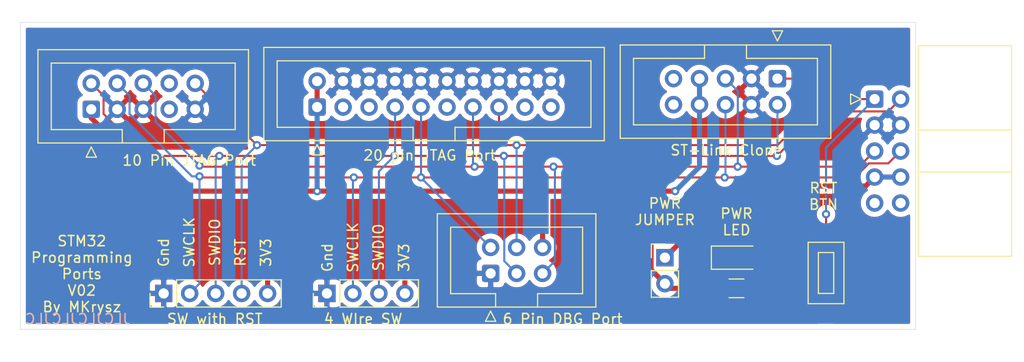
<source format=kicad_pcb>
(kicad_pcb (version 20171130) (host pcbnew "(5.1.10)-1")

  (general
    (thickness 1.6)
    (drawings 25)
    (tracks 131)
    (zones 0)
    (modules 11)
    (nets 9)
  )

  (page A4)
  (layers
    (0 F.Cu signal)
    (31 B.Cu signal)
    (32 B.Adhes user)
    (33 F.Adhes user)
    (34 B.Paste user)
    (35 F.Paste user)
    (36 B.SilkS user)
    (37 F.SilkS user)
    (38 B.Mask user)
    (39 F.Mask user)
    (40 Dwgs.User user)
    (41 Cmts.User user)
    (42 Eco1.User user)
    (43 Eco2.User user)
    (44 Edge.Cuts user)
    (45 Margin user)
    (46 B.CrtYd user)
    (47 F.CrtYd user)
    (48 B.Fab user)
    (49 F.Fab user)
  )

  (setup
    (last_trace_width 0.5)
    (user_trace_width 0.2)
    (user_trace_width 0.5)
    (user_trace_width 1.27)
    (user_trace_width 2.54)
    (trace_clearance 0.254)
    (zone_clearance 0.508)
    (zone_45_only no)
    (trace_min 0.2)
    (via_size 0.8)
    (via_drill 0.4)
    (via_min_size 0.4)
    (via_min_drill 0.3)
    (uvia_size 0.3)
    (uvia_drill 0.1)
    (uvias_allowed no)
    (uvia_min_size 0.2)
    (uvia_min_drill 0.1)
    (edge_width 0.05)
    (segment_width 0.2)
    (pcb_text_width 0.3)
    (pcb_text_size 1.5 1.5)
    (mod_edge_width 0.12)
    (mod_text_size 1 1)
    (mod_text_width 0.15)
    (pad_size 1.524 1.524)
    (pad_drill 0.762)
    (pad_to_mask_clearance 0.05)
    (aux_axis_origin 0 0)
    (visible_elements 7FFFFFFF)
    (pcbplotparams
      (layerselection 0x010fc_ffffffff)
      (usegerberextensions true)
      (usegerberattributes false)
      (usegerberadvancedattributes false)
      (creategerberjobfile false)
      (excludeedgelayer true)
      (linewidth 0.150000)
      (plotframeref false)
      (viasonmask false)
      (mode 1)
      (useauxorigin false)
      (hpglpennumber 1)
      (hpglpenspeed 20)
      (hpglpendiameter 15.000000)
      (psnegative false)
      (psa4output false)
      (plotreference true)
      (plotvalue false)
      (plotinvisibletext false)
      (padsonsilk false)
      (subtractmaskfromsilk true)
      (outputformat 1)
      (mirror false)
      (drillshape 0)
      (scaleselection 1)
      (outputdirectory "Gerbers/"))
  )

  (net 0 "")
  (net 1 /RST)
  (net 2 /SWIM)
  (net 3 /SWCLK)
  (net 4 /SWDIO)
  (net 5 GND)
  (net 6 +3V3)
  (net 7 "Net-(D1-Pad2)")
  (net 8 "Net-(J2-Pad7)")

  (net_class Default "This is the default net class."
    (clearance 0.254)
    (trace_width 0.254)
    (via_dia 0.8)
    (via_drill 0.4)
    (uvia_dia 0.3)
    (uvia_drill 0.1)
    (add_net +3V3)
    (add_net /RST)
    (add_net /SWCLK)
    (add_net /SWDIO)
    (add_net /SWIM)
    (add_net GND)
    (add_net "Net-(D1-Pad2)")
    (add_net "Net-(J2-Pad7)")
    (add_net "Net-(J2-Pad9)")
    (add_net "Net-(J3-Pad11)")
    (add_net "Net-(J3-Pad17)")
    (add_net "Net-(J3-Pad19)")
    (add_net "Net-(J3-Pad3)")
    (add_net "Net-(J3-Pad5)")
    (add_net "Net-(J7-Pad10)")
    (add_net "Net-(J7-Pad9)")
  )

  (module custom_buttons_switches:TSB008 (layer F.Cu) (tedit 623F9E8B) (tstamp 627712BF)
    (at 154.5 67.5 90)
    (path /61DD6C6E)
    (fp_text reference SW1 (at 2.66 -4.7 90) (layer F.SilkS) hide
      (effects (font (size 1 1) (thickness 0.15)))
    )
    (fp_text value SW_Push (at 2.66 -5.7 90) (layer F.Fab)
      (effects (font (size 1 1) (thickness 0.15)))
    )
    (fp_line (start 1 -2.5) (end 1 -1) (layer F.SilkS) (width 0.12))
    (fp_line (start 5 -2.5) (end 1 -2.5) (layer F.SilkS) (width 0.12))
    (fp_line (start 5 -1) (end 5 -2.5) (layer F.SilkS) (width 0.12))
    (fp_line (start 1 -1) (end 5 -1) (layer F.SilkS) (width 0.12))
    (fp_line (start 0 -3.5) (end 0 0) (layer F.SilkS) (width 0.12))
    (fp_line (start 6 -3.5) (end 0 -3.5) (layer F.SilkS) (width 0.12))
    (fp_line (start 6 0) (end 6 -3.5) (layer F.SilkS) (width 0.12))
    (fp_line (start 0 0) (end 6 0) (layer F.SilkS) (width 0.12))
    (fp_line (start 0 -3.5) (end 6 -3.5) (layer F.CrtYd) (width 0.12))
    (fp_line (start 6 -3.5) (end 6 0) (layer F.CrtYd) (width 0.12))
    (fp_line (start 6 0) (end 0 0) (layer F.CrtYd) (width 0.12))
    (fp_line (start 0 0) (end 0 -3.5) (layer F.CrtYd) (width 0.12))
    (pad 2 smd rect (at 6.825 -1.75 90) (size 1.5 0.6) (layers F.Cu F.Paste F.Mask)
      (net 1 /RST))
    (pad 1 smd rect (at -0.825 -1.75 90) (size 1.5 0.6) (layers F.Cu F.Paste F.Mask)
      (net 5 GND))
  )

  (module Resistor_SMD:R_1206_3216Metric_Pad1.30x1.75mm_HandSolder (layer F.Cu) (tedit 5F68FEEE) (tstamp 627712AD)
    (at 144 66)
    (descr "Resistor SMD 1206 (3216 Metric), square (rectangular) end terminal, IPC_7351 nominal with elongated pad for handsoldering. (Body size source: IPC-SM-782 page 72, https://www.pcb-3d.com/wordpress/wp-content/uploads/ipc-sm-782a_amendment_1_and_2.pdf), generated with kicad-footprint-generator")
    (tags "resistor handsolder")
    (path /61DE2234)
    (attr smd)
    (fp_text reference R1 (at 0 -1.82) (layer F.SilkS) hide
      (effects (font (size 1 1) (thickness 0.15)))
    )
    (fp_text value 3K9 (at 0 1.82) (layer F.Fab)
      (effects (font (size 1 1) (thickness 0.15)))
    )
    (fp_text user %R (at 0 0) (layer F.Fab)
      (effects (font (size 0.8 0.8) (thickness 0.12)))
    )
    (fp_line (start -1.6 0.8) (end -1.6 -0.8) (layer F.Fab) (width 0.1))
    (fp_line (start -1.6 -0.8) (end 1.6 -0.8) (layer F.Fab) (width 0.1))
    (fp_line (start 1.6 -0.8) (end 1.6 0.8) (layer F.Fab) (width 0.1))
    (fp_line (start 1.6 0.8) (end -1.6 0.8) (layer F.Fab) (width 0.1))
    (fp_line (start -0.727064 -0.91) (end 0.727064 -0.91) (layer F.SilkS) (width 0.12))
    (fp_line (start -0.727064 0.91) (end 0.727064 0.91) (layer F.SilkS) (width 0.12))
    (fp_line (start -2.45 1.12) (end -2.45 -1.12) (layer F.CrtYd) (width 0.05))
    (fp_line (start -2.45 -1.12) (end 2.45 -1.12) (layer F.CrtYd) (width 0.05))
    (fp_line (start 2.45 -1.12) (end 2.45 1.12) (layer F.CrtYd) (width 0.05))
    (fp_line (start 2.45 1.12) (end -2.45 1.12) (layer F.CrtYd) (width 0.05))
    (pad 2 smd roundrect (at 1.55 0) (size 1.3 1.75) (layers F.Cu F.Paste F.Mask) (roundrect_rratio 0.192308)
      (net 7 "Net-(D1-Pad2)"))
    (pad 1 smd roundrect (at -1.55 0) (size 1.3 1.75) (layers F.Cu F.Paste F.Mask) (roundrect_rratio 0.192308)
      (net 6 +3V3))
    (model ${KISYS3DMOD}/Resistor_SMD.3dshapes/R_1206_3216Metric.wrl
      (at (xyz 0 0 0))
      (scale (xyz 1 1 1))
      (rotate (xyz 0 0 0))
    )
  )

  (module Connector_PinHeader_2.54mm:PinHeader_1x05_P2.54mm_Vertical (layer F.Cu) (tedit 59FED5CC) (tstamp 6277129C)
    (at 88 66.5 90)
    (descr "Through hole straight pin header, 1x05, 2.54mm pitch, single row")
    (tags "Through hole pin header THT 1x05 2.54mm single row")
    (path /62770BFE)
    (fp_text reference J8 (at 0 -2.33 90) (layer F.SilkS) hide
      (effects (font (size 1 1) (thickness 0.15)))
    )
    (fp_text value SW_WITH_RST (at 0 12.49 90) (layer F.Fab)
      (effects (font (size 1 1) (thickness 0.15)))
    )
    (fp_text user %R (at 0 5.08) (layer F.Fab)
      (effects (font (size 1 1) (thickness 0.15)))
    )
    (fp_line (start -0.635 -1.27) (end 1.27 -1.27) (layer F.Fab) (width 0.1))
    (fp_line (start 1.27 -1.27) (end 1.27 11.43) (layer F.Fab) (width 0.1))
    (fp_line (start 1.27 11.43) (end -1.27 11.43) (layer F.Fab) (width 0.1))
    (fp_line (start -1.27 11.43) (end -1.27 -0.635) (layer F.Fab) (width 0.1))
    (fp_line (start -1.27 -0.635) (end -0.635 -1.27) (layer F.Fab) (width 0.1))
    (fp_line (start -1.33 11.49) (end 1.33 11.49) (layer F.SilkS) (width 0.12))
    (fp_line (start -1.33 1.27) (end -1.33 11.49) (layer F.SilkS) (width 0.12))
    (fp_line (start 1.33 1.27) (end 1.33 11.49) (layer F.SilkS) (width 0.12))
    (fp_line (start -1.33 1.27) (end 1.33 1.27) (layer F.SilkS) (width 0.12))
    (fp_line (start -1.33 0) (end -1.33 -1.33) (layer F.SilkS) (width 0.12))
    (fp_line (start -1.33 -1.33) (end 0 -1.33) (layer F.SilkS) (width 0.12))
    (fp_line (start -1.8 -1.8) (end -1.8 11.95) (layer F.CrtYd) (width 0.05))
    (fp_line (start -1.8 11.95) (end 1.8 11.95) (layer F.CrtYd) (width 0.05))
    (fp_line (start 1.8 11.95) (end 1.8 -1.8) (layer F.CrtYd) (width 0.05))
    (fp_line (start 1.8 -1.8) (end -1.8 -1.8) (layer F.CrtYd) (width 0.05))
    (pad 5 thru_hole oval (at 0 10.16 90) (size 1.7 1.7) (drill 1) (layers *.Cu *.Mask)
      (net 6 +3V3))
    (pad 4 thru_hole oval (at 0 7.62 90) (size 1.7 1.7) (drill 1) (layers *.Cu *.Mask)
      (net 1 /RST))
    (pad 3 thru_hole oval (at 0 5.08 90) (size 1.7 1.7) (drill 1) (layers *.Cu *.Mask)
      (net 4 /SWDIO))
    (pad 2 thru_hole oval (at 0 2.54 90) (size 1.7 1.7) (drill 1) (layers *.Cu *.Mask)
      (net 3 /SWCLK))
    (pad 1 thru_hole rect (at 0 0 90) (size 1.7 1.7) (drill 1) (layers *.Cu *.Mask)
      (net 5 GND))
    (model ${KISYS3DMOD}/Connector_PinHeader_2.54mm.3dshapes/PinHeader_1x05_P2.54mm_Vertical.wrl
      (at (xyz 0 0 0))
      (scale (xyz 1 1 1))
      (rotate (xyz 0 0 0))
    )
  )

  (module Connector_IDC:IDC-Header_2x05_P2.54mm_Vertical (layer F.Cu) (tedit 5EAC9A07) (tstamp 62771283)
    (at 148 45.5 270)
    (descr "Through hole IDC box header, 2x05, 2.54mm pitch, DIN 41651 / IEC 60603-13, double rows, https://docs.google.com/spreadsheets/d/16SsEcesNF15N3Lb4niX7dcUr-NY5_MFPQhobNuNppn4/edit#gid=0")
    (tags "Through hole vertical IDC box header THT 2x05 2.54mm double row")
    (path /61871712)
    (fp_text reference J7 (at 1.27 -6.1 90) (layer F.SilkS) hide
      (effects (font (size 1 1) (thickness 0.15)))
    )
    (fp_text value st-linkv2-clone-port (at 1.27 16.26 90) (layer F.Fab)
      (effects (font (size 1 1) (thickness 0.15)))
    )
    (fp_text user %R (at 1.27 5.08) (layer F.Fab)
      (effects (font (size 1 1) (thickness 0.15)))
    )
    (fp_line (start -3.18 -4.1) (end -2.18 -5.1) (layer F.Fab) (width 0.1))
    (fp_line (start -2.18 -5.1) (end 5.72 -5.1) (layer F.Fab) (width 0.1))
    (fp_line (start 5.72 -5.1) (end 5.72 15.26) (layer F.Fab) (width 0.1))
    (fp_line (start 5.72 15.26) (end -3.18 15.26) (layer F.Fab) (width 0.1))
    (fp_line (start -3.18 15.26) (end -3.18 -4.1) (layer F.Fab) (width 0.1))
    (fp_line (start -3.18 3.03) (end -1.98 3.03) (layer F.Fab) (width 0.1))
    (fp_line (start -1.98 3.03) (end -1.98 -3.91) (layer F.Fab) (width 0.1))
    (fp_line (start -1.98 -3.91) (end 4.52 -3.91) (layer F.Fab) (width 0.1))
    (fp_line (start 4.52 -3.91) (end 4.52 14.07) (layer F.Fab) (width 0.1))
    (fp_line (start 4.52 14.07) (end -1.98 14.07) (layer F.Fab) (width 0.1))
    (fp_line (start -1.98 14.07) (end -1.98 7.13) (layer F.Fab) (width 0.1))
    (fp_line (start -1.98 7.13) (end -1.98 7.13) (layer F.Fab) (width 0.1))
    (fp_line (start -1.98 7.13) (end -3.18 7.13) (layer F.Fab) (width 0.1))
    (fp_line (start -3.29 -5.21) (end 5.83 -5.21) (layer F.SilkS) (width 0.12))
    (fp_line (start 5.83 -5.21) (end 5.83 15.37) (layer F.SilkS) (width 0.12))
    (fp_line (start 5.83 15.37) (end -3.29 15.37) (layer F.SilkS) (width 0.12))
    (fp_line (start -3.29 15.37) (end -3.29 -5.21) (layer F.SilkS) (width 0.12))
    (fp_line (start -3.29 3.03) (end -1.98 3.03) (layer F.SilkS) (width 0.12))
    (fp_line (start -1.98 3.03) (end -1.98 -3.91) (layer F.SilkS) (width 0.12))
    (fp_line (start -1.98 -3.91) (end 4.52 -3.91) (layer F.SilkS) (width 0.12))
    (fp_line (start 4.52 -3.91) (end 4.52 14.07) (layer F.SilkS) (width 0.12))
    (fp_line (start 4.52 14.07) (end -1.98 14.07) (layer F.SilkS) (width 0.12))
    (fp_line (start -1.98 14.07) (end -1.98 7.13) (layer F.SilkS) (width 0.12))
    (fp_line (start -1.98 7.13) (end -1.98 7.13) (layer F.SilkS) (width 0.12))
    (fp_line (start -1.98 7.13) (end -3.29 7.13) (layer F.SilkS) (width 0.12))
    (fp_line (start -3.68 0) (end -4.68 -0.5) (layer F.SilkS) (width 0.12))
    (fp_line (start -4.68 -0.5) (end -4.68 0.5) (layer F.SilkS) (width 0.12))
    (fp_line (start -4.68 0.5) (end -3.68 0) (layer F.SilkS) (width 0.12))
    (fp_line (start -3.68 -5.6) (end -3.68 15.76) (layer F.CrtYd) (width 0.05))
    (fp_line (start -3.68 15.76) (end 6.22 15.76) (layer F.CrtYd) (width 0.05))
    (fp_line (start 6.22 15.76) (end 6.22 -5.6) (layer F.CrtYd) (width 0.05))
    (fp_line (start 6.22 -5.6) (end -3.68 -5.6) (layer F.CrtYd) (width 0.05))
    (pad 10 thru_hole circle (at 2.54 10.16 270) (size 1.7 1.7) (drill 1) (layers *.Cu *.Mask))
    (pad 8 thru_hole circle (at 2.54 7.62 270) (size 1.7 1.7) (drill 1) (layers *.Cu *.Mask)
      (net 6 +3V3))
    (pad 6 thru_hole circle (at 2.54 5.08 270) (size 1.7 1.7) (drill 1) (layers *.Cu *.Mask)
      (net 3 /SWCLK))
    (pad 4 thru_hole circle (at 2.54 2.54 270) (size 1.7 1.7) (drill 1) (layers *.Cu *.Mask)
      (net 5 GND))
    (pad 2 thru_hole circle (at 2.54 0 270) (size 1.7 1.7) (drill 1) (layers *.Cu *.Mask)
      (net 4 /SWDIO))
    (pad 9 thru_hole circle (at 0 10.16 270) (size 1.7 1.7) (drill 1) (layers *.Cu *.Mask))
    (pad 7 thru_hole circle (at 0 7.62 270) (size 1.7 1.7) (drill 1) (layers *.Cu *.Mask)
      (net 6 +3V3))
    (pad 5 thru_hole circle (at 0 5.08 270) (size 1.7 1.7) (drill 1) (layers *.Cu *.Mask)
      (net 2 /SWIM))
    (pad 3 thru_hole circle (at 0 2.54 270) (size 1.7 1.7) (drill 1) (layers *.Cu *.Mask)
      (net 5 GND))
    (pad 1 thru_hole roundrect (at 0 0 270) (size 1.7 1.7) (drill 1) (layers *.Cu *.Mask) (roundrect_rratio 0.147059)
      (net 1 /RST))
    (model ${KISYS3DMOD}/Connector_IDC.3dshapes/IDC-Header_2x05_P2.54mm_Vertical.wrl
      (at (xyz 0 0 0))
      (scale (xyz 1 1 1))
      (rotate (xyz 0 0 0))
    )
  )

  (module Connector_PinHeader_2.54mm:PinHeader_1x04_P2.54mm_Vertical (layer F.Cu) (tedit 59FED5CC) (tstamp 62771254)
    (at 103.96 66.5 90)
    (descr "Through hole straight pin header, 1x04, 2.54mm pitch, single row")
    (tags "Through hole pin header THT 1x04 2.54mm single row")
    (path /627702EC)
    (fp_text reference J6 (at 0 -2.33 90) (layer F.SilkS) hide
      (effects (font (size 1 1) (thickness 0.15)))
    )
    (fp_text value FOUR_WIRE_CONN (at 0 9.95 90) (layer F.Fab)
      (effects (font (size 1 1) (thickness 0.15)))
    )
    (fp_text user %R (at 0 3.81) (layer F.Fab)
      (effects (font (size 1 1) (thickness 0.15)))
    )
    (fp_line (start -0.635 -1.27) (end 1.27 -1.27) (layer F.Fab) (width 0.1))
    (fp_line (start 1.27 -1.27) (end 1.27 8.89) (layer F.Fab) (width 0.1))
    (fp_line (start 1.27 8.89) (end -1.27 8.89) (layer F.Fab) (width 0.1))
    (fp_line (start -1.27 8.89) (end -1.27 -0.635) (layer F.Fab) (width 0.1))
    (fp_line (start -1.27 -0.635) (end -0.635 -1.27) (layer F.Fab) (width 0.1))
    (fp_line (start -1.33 8.95) (end 1.33 8.95) (layer F.SilkS) (width 0.12))
    (fp_line (start -1.33 1.27) (end -1.33 8.95) (layer F.SilkS) (width 0.12))
    (fp_line (start 1.33 1.27) (end 1.33 8.95) (layer F.SilkS) (width 0.12))
    (fp_line (start -1.33 1.27) (end 1.33 1.27) (layer F.SilkS) (width 0.12))
    (fp_line (start -1.33 0) (end -1.33 -1.33) (layer F.SilkS) (width 0.12))
    (fp_line (start -1.33 -1.33) (end 0 -1.33) (layer F.SilkS) (width 0.12))
    (fp_line (start -1.8 -1.8) (end -1.8 9.4) (layer F.CrtYd) (width 0.05))
    (fp_line (start -1.8 9.4) (end 1.8 9.4) (layer F.CrtYd) (width 0.05))
    (fp_line (start 1.8 9.4) (end 1.8 -1.8) (layer F.CrtYd) (width 0.05))
    (fp_line (start 1.8 -1.8) (end -1.8 -1.8) (layer F.CrtYd) (width 0.05))
    (pad 4 thru_hole oval (at 0 7.62 90) (size 1.7 1.7) (drill 1) (layers *.Cu *.Mask)
      (net 6 +3V3))
    (pad 3 thru_hole oval (at 0 5.08 90) (size 1.7 1.7) (drill 1) (layers *.Cu *.Mask)
      (net 4 /SWDIO))
    (pad 2 thru_hole oval (at 0 2.54 90) (size 1.7 1.7) (drill 1) (layers *.Cu *.Mask)
      (net 3 /SWCLK))
    (pad 1 thru_hole rect (at 0 0 90) (size 1.7 1.7) (drill 1) (layers *.Cu *.Mask)
      (net 5 GND))
    (model ${KISYS3DMOD}/Connector_PinHeader_2.54mm.3dshapes/PinHeader_1x04_P2.54mm_Vertical.wrl
      (at (xyz 0 0 0))
      (scale (xyz 1 1 1))
      (rotate (xyz 0 0 0))
    )
  )

  (module Connector_IDC:IDC-Header_2x03_P2.54mm_Vertical (layer F.Cu) (tedit 5EAC9A07) (tstamp 6277123C)
    (at 119.96 64.54 90)
    (descr "Through hole IDC box header, 2x03, 2.54mm pitch, DIN 41651 / IEC 60603-13, double rows, https://docs.google.com/spreadsheets/d/16SsEcesNF15N3Lb4niX7dcUr-NY5_MFPQhobNuNppn4/edit#gid=0")
    (tags "Through hole vertical IDC box header THT 2x03 2.54mm double row")
    (path /62775A86)
    (fp_text reference J5 (at 1.27 -6.1 90) (layer F.SilkS) hide
      (effects (font (size 1 1) (thickness 0.15)))
    )
    (fp_text value 6PinDebugPort (at 1.27 11.18 90) (layer F.Fab)
      (effects (font (size 1 1) (thickness 0.15)))
    )
    (fp_text user %R (at 1.27 2.54) (layer F.Fab)
      (effects (font (size 1 1) (thickness 0.15)))
    )
    (fp_line (start -3.18 -4.1) (end -2.18 -5.1) (layer F.Fab) (width 0.1))
    (fp_line (start -2.18 -5.1) (end 5.72 -5.1) (layer F.Fab) (width 0.1))
    (fp_line (start 5.72 -5.1) (end 5.72 10.18) (layer F.Fab) (width 0.1))
    (fp_line (start 5.72 10.18) (end -3.18 10.18) (layer F.Fab) (width 0.1))
    (fp_line (start -3.18 10.18) (end -3.18 -4.1) (layer F.Fab) (width 0.1))
    (fp_line (start -3.18 0.49) (end -1.98 0.49) (layer F.Fab) (width 0.1))
    (fp_line (start -1.98 0.49) (end -1.98 -3.91) (layer F.Fab) (width 0.1))
    (fp_line (start -1.98 -3.91) (end 4.52 -3.91) (layer F.Fab) (width 0.1))
    (fp_line (start 4.52 -3.91) (end 4.52 8.99) (layer F.Fab) (width 0.1))
    (fp_line (start 4.52 8.99) (end -1.98 8.99) (layer F.Fab) (width 0.1))
    (fp_line (start -1.98 8.99) (end -1.98 4.59) (layer F.Fab) (width 0.1))
    (fp_line (start -1.98 4.59) (end -1.98 4.59) (layer F.Fab) (width 0.1))
    (fp_line (start -1.98 4.59) (end -3.18 4.59) (layer F.Fab) (width 0.1))
    (fp_line (start -3.29 -5.21) (end 5.83 -5.21) (layer F.SilkS) (width 0.12))
    (fp_line (start 5.83 -5.21) (end 5.83 10.29) (layer F.SilkS) (width 0.12))
    (fp_line (start 5.83 10.29) (end -3.29 10.29) (layer F.SilkS) (width 0.12))
    (fp_line (start -3.29 10.29) (end -3.29 -5.21) (layer F.SilkS) (width 0.12))
    (fp_line (start -3.29 0.49) (end -1.98 0.49) (layer F.SilkS) (width 0.12))
    (fp_line (start -1.98 0.49) (end -1.98 -3.91) (layer F.SilkS) (width 0.12))
    (fp_line (start -1.98 -3.91) (end 4.52 -3.91) (layer F.SilkS) (width 0.12))
    (fp_line (start 4.52 -3.91) (end 4.52 8.99) (layer F.SilkS) (width 0.12))
    (fp_line (start 4.52 8.99) (end -1.98 8.99) (layer F.SilkS) (width 0.12))
    (fp_line (start -1.98 8.99) (end -1.98 4.59) (layer F.SilkS) (width 0.12))
    (fp_line (start -1.98 4.59) (end -1.98 4.59) (layer F.SilkS) (width 0.12))
    (fp_line (start -1.98 4.59) (end -3.29 4.59) (layer F.SilkS) (width 0.12))
    (fp_line (start -3.68 0) (end -4.68 -0.5) (layer F.SilkS) (width 0.12))
    (fp_line (start -4.68 -0.5) (end -4.68 0.5) (layer F.SilkS) (width 0.12))
    (fp_line (start -4.68 0.5) (end -3.68 0) (layer F.SilkS) (width 0.12))
    (fp_line (start -3.68 -5.6) (end -3.68 10.69) (layer F.CrtYd) (width 0.05))
    (fp_line (start -3.68 10.69) (end 6.22 10.69) (layer F.CrtYd) (width 0.05))
    (fp_line (start 6.22 10.69) (end 6.22 -5.6) (layer F.CrtYd) (width 0.05))
    (fp_line (start 6.22 -5.6) (end -3.68 -5.6) (layer F.CrtYd) (width 0.05))
    (pad 6 thru_hole circle (at 2.54 5.08 90) (size 1.7 1.7) (drill 1) (layers *.Cu *.Mask)
      (net 6 +3V3))
    (pad 4 thru_hole circle (at 2.54 2.54 90) (size 1.7 1.7) (drill 1) (layers *.Cu *.Mask)
      (net 1 /RST))
    (pad 2 thru_hole circle (at 2.54 0 90) (size 1.7 1.7) (drill 1) (layers *.Cu *.Mask)
      (net 3 /SWCLK))
    (pad 5 thru_hole circle (at 0 5.08 90) (size 1.7 1.7) (drill 1) (layers *.Cu *.Mask)
      (net 2 /SWIM))
    (pad 3 thru_hole circle (at 0 2.54 90) (size 1.7 1.7) (drill 1) (layers *.Cu *.Mask)
      (net 4 /SWDIO))
    (pad 1 thru_hole roundrect (at 0 0 90) (size 1.7 1.7) (drill 1) (layers *.Cu *.Mask) (roundrect_rratio 0.147059)
      (net 5 GND))
    (model ${KISYS3DMOD}/Connector_IDC.3dshapes/IDC-Header_2x03_P2.54mm_Vertical.wrl
      (at (xyz 0 0 0))
      (scale (xyz 1 1 1))
      (rotate (xyz 0 0 0))
    )
  )

  (module Connector_PinHeader_2.54mm:PinHeader_1x02_P2.54mm_Vertical (layer F.Cu) (tedit 59FED5CC) (tstamp 62771211)
    (at 137 63)
    (descr "Through hole straight pin header, 1x02, 2.54mm pitch, single row")
    (tags "Through hole pin header THT 1x02 2.54mm single row")
    (path /61868972)
    (fp_text reference J4 (at 0 -2.33) (layer F.SilkS) hide
      (effects (font (size 1 1) (thickness 0.15)))
    )
    (fp_text value Conn_01x02_Male (at 0 4.87) (layer F.Fab)
      (effects (font (size 1 1) (thickness 0.15)))
    )
    (fp_text user %R (at 0 1.27 90) (layer F.Fab)
      (effects (font (size 1 1) (thickness 0.15)))
    )
    (fp_line (start -0.635 -1.27) (end 1.27 -1.27) (layer F.Fab) (width 0.1))
    (fp_line (start 1.27 -1.27) (end 1.27 3.81) (layer F.Fab) (width 0.1))
    (fp_line (start 1.27 3.81) (end -1.27 3.81) (layer F.Fab) (width 0.1))
    (fp_line (start -1.27 3.81) (end -1.27 -0.635) (layer F.Fab) (width 0.1))
    (fp_line (start -1.27 -0.635) (end -0.635 -1.27) (layer F.Fab) (width 0.1))
    (fp_line (start -1.33 3.87) (end 1.33 3.87) (layer F.SilkS) (width 0.12))
    (fp_line (start -1.33 1.27) (end -1.33 3.87) (layer F.SilkS) (width 0.12))
    (fp_line (start 1.33 1.27) (end 1.33 3.87) (layer F.SilkS) (width 0.12))
    (fp_line (start -1.33 1.27) (end 1.33 1.27) (layer F.SilkS) (width 0.12))
    (fp_line (start -1.33 0) (end -1.33 -1.33) (layer F.SilkS) (width 0.12))
    (fp_line (start -1.33 -1.33) (end 0 -1.33) (layer F.SilkS) (width 0.12))
    (fp_line (start -1.8 -1.8) (end -1.8 4.35) (layer F.CrtYd) (width 0.05))
    (fp_line (start -1.8 4.35) (end 1.8 4.35) (layer F.CrtYd) (width 0.05))
    (fp_line (start 1.8 4.35) (end 1.8 -1.8) (layer F.CrtYd) (width 0.05))
    (fp_line (start 1.8 -1.8) (end -1.8 -1.8) (layer F.CrtYd) (width 0.05))
    (pad 2 thru_hole oval (at 0 2.54) (size 1.7 1.7) (drill 1) (layers *.Cu *.Mask)
      (net 6 +3V3))
    (pad 1 thru_hole rect (at 0 0) (size 1.7 1.7) (drill 1) (layers *.Cu *.Mask)
      (net 8 "Net-(J2-Pad7)"))
    (model ${KISYS3DMOD}/Connector_PinHeader_2.54mm.3dshapes/PinHeader_1x02_P2.54mm_Vertical.wrl
      (at (xyz 0 0 0))
      (scale (xyz 1 1 1))
      (rotate (xyz 0 0 0))
    )
  )

  (module Connector_IDC:IDC-Header_2x10_P2.54mm_Vertical (layer F.Cu) (tedit 5EAC9A07) (tstamp 627711FB)
    (at 103 48.28 90)
    (descr "Through hole IDC box header, 2x10, 2.54mm pitch, DIN 41651 / IEC 60603-13, double rows, https://docs.google.com/spreadsheets/d/16SsEcesNF15N3Lb4niX7dcUr-NY5_MFPQhobNuNppn4/edit#gid=0")
    (tags "Through hole vertical IDC box header THT 2x10 2.54mm double row")
    (path /61852B34)
    (fp_text reference J3 (at 1.27 -6.1 90) (layer F.SilkS) hide
      (effects (font (size 1 1) (thickness 0.15)))
    )
    (fp_text value Conn_ARM_JTAG_SWD_20 (at 1.27 28.96 90) (layer F.Fab)
      (effects (font (size 1 1) (thickness 0.15)))
    )
    (fp_text user %R (at 1.27 11.43) (layer F.Fab)
      (effects (font (size 1 1) (thickness 0.15)))
    )
    (fp_line (start -3.18 -4.1) (end -2.18 -5.1) (layer F.Fab) (width 0.1))
    (fp_line (start -2.18 -5.1) (end 5.72 -5.1) (layer F.Fab) (width 0.1))
    (fp_line (start 5.72 -5.1) (end 5.72 27.96) (layer F.Fab) (width 0.1))
    (fp_line (start 5.72 27.96) (end -3.18 27.96) (layer F.Fab) (width 0.1))
    (fp_line (start -3.18 27.96) (end -3.18 -4.1) (layer F.Fab) (width 0.1))
    (fp_line (start -3.18 9.38) (end -1.98 9.38) (layer F.Fab) (width 0.1))
    (fp_line (start -1.98 9.38) (end -1.98 -3.91) (layer F.Fab) (width 0.1))
    (fp_line (start -1.98 -3.91) (end 4.52 -3.91) (layer F.Fab) (width 0.1))
    (fp_line (start 4.52 -3.91) (end 4.52 26.77) (layer F.Fab) (width 0.1))
    (fp_line (start 4.52 26.77) (end -1.98 26.77) (layer F.Fab) (width 0.1))
    (fp_line (start -1.98 26.77) (end -1.98 13.48) (layer F.Fab) (width 0.1))
    (fp_line (start -1.98 13.48) (end -1.98 13.48) (layer F.Fab) (width 0.1))
    (fp_line (start -1.98 13.48) (end -3.18 13.48) (layer F.Fab) (width 0.1))
    (fp_line (start -3.29 -5.21) (end 5.83 -5.21) (layer F.SilkS) (width 0.12))
    (fp_line (start 5.83 -5.21) (end 5.83 28.07) (layer F.SilkS) (width 0.12))
    (fp_line (start 5.83 28.07) (end -3.29 28.07) (layer F.SilkS) (width 0.12))
    (fp_line (start -3.29 28.07) (end -3.29 -5.21) (layer F.SilkS) (width 0.12))
    (fp_line (start -3.29 9.38) (end -1.98 9.38) (layer F.SilkS) (width 0.12))
    (fp_line (start -1.98 9.38) (end -1.98 -3.91) (layer F.SilkS) (width 0.12))
    (fp_line (start -1.98 -3.91) (end 4.52 -3.91) (layer F.SilkS) (width 0.12))
    (fp_line (start 4.52 -3.91) (end 4.52 26.77) (layer F.SilkS) (width 0.12))
    (fp_line (start 4.52 26.77) (end -1.98 26.77) (layer F.SilkS) (width 0.12))
    (fp_line (start -1.98 26.77) (end -1.98 13.48) (layer F.SilkS) (width 0.12))
    (fp_line (start -1.98 13.48) (end -1.98 13.48) (layer F.SilkS) (width 0.12))
    (fp_line (start -1.98 13.48) (end -3.29 13.48) (layer F.SilkS) (width 0.12))
    (fp_line (start -3.68 0) (end -4.68 -0.5) (layer F.SilkS) (width 0.12))
    (fp_line (start -4.68 -0.5) (end -4.68 0.5) (layer F.SilkS) (width 0.12))
    (fp_line (start -4.68 0.5) (end -3.68 0) (layer F.SilkS) (width 0.12))
    (fp_line (start -3.68 -5.6) (end -3.68 28.46) (layer F.CrtYd) (width 0.05))
    (fp_line (start -3.68 28.46) (end 6.22 28.46) (layer F.CrtYd) (width 0.05))
    (fp_line (start 6.22 28.46) (end 6.22 -5.6) (layer F.CrtYd) (width 0.05))
    (fp_line (start 6.22 -5.6) (end -3.68 -5.6) (layer F.CrtYd) (width 0.05))
    (pad 20 thru_hole circle (at 2.54 22.86 90) (size 1.7 1.7) (drill 1) (layers *.Cu *.Mask)
      (net 5 GND))
    (pad 18 thru_hole circle (at 2.54 20.32 90) (size 1.7 1.7) (drill 1) (layers *.Cu *.Mask)
      (net 5 GND))
    (pad 16 thru_hole circle (at 2.54 17.78 90) (size 1.7 1.7) (drill 1) (layers *.Cu *.Mask)
      (net 5 GND))
    (pad 14 thru_hole circle (at 2.54 15.24 90) (size 1.7 1.7) (drill 1) (layers *.Cu *.Mask)
      (net 5 GND))
    (pad 12 thru_hole circle (at 2.54 12.7 90) (size 1.7 1.7) (drill 1) (layers *.Cu *.Mask)
      (net 5 GND))
    (pad 10 thru_hole circle (at 2.54 10.16 90) (size 1.7 1.7) (drill 1) (layers *.Cu *.Mask)
      (net 5 GND))
    (pad 8 thru_hole circle (at 2.54 7.62 90) (size 1.7 1.7) (drill 1) (layers *.Cu *.Mask)
      (net 5 GND))
    (pad 6 thru_hole circle (at 2.54 5.08 90) (size 1.7 1.7) (drill 1) (layers *.Cu *.Mask)
      (net 5 GND))
    (pad 4 thru_hole circle (at 2.54 2.54 90) (size 1.7 1.7) (drill 1) (layers *.Cu *.Mask)
      (net 5 GND))
    (pad 2 thru_hole circle (at 2.54 0 90) (size 1.7 1.7) (drill 1) (layers *.Cu *.Mask)
      (net 6 +3V3))
    (pad 19 thru_hole circle (at 0 22.86 90) (size 1.7 1.7) (drill 1) (layers *.Cu *.Mask))
    (pad 17 thru_hole circle (at 0 20.32 90) (size 1.7 1.7) (drill 1) (layers *.Cu *.Mask))
    (pad 15 thru_hole circle (at 0 17.78 90) (size 1.7 1.7) (drill 1) (layers *.Cu *.Mask)
      (net 1 /RST))
    (pad 13 thru_hole circle (at 0 15.24 90) (size 1.7 1.7) (drill 1) (layers *.Cu *.Mask)
      (net 2 /SWIM))
    (pad 11 thru_hole circle (at 0 12.7 90) (size 1.7 1.7) (drill 1) (layers *.Cu *.Mask))
    (pad 9 thru_hole circle (at 0 10.16 90) (size 1.7 1.7) (drill 1) (layers *.Cu *.Mask)
      (net 3 /SWCLK))
    (pad 7 thru_hole circle (at 0 7.62 90) (size 1.7 1.7) (drill 1) (layers *.Cu *.Mask)
      (net 4 /SWDIO))
    (pad 5 thru_hole circle (at 0 5.08 90) (size 1.7 1.7) (drill 1) (layers *.Cu *.Mask))
    (pad 3 thru_hole circle (at 0 2.54 90) (size 1.7 1.7) (drill 1) (layers *.Cu *.Mask))
    (pad 1 thru_hole roundrect (at 0 0 90) (size 1.7 1.7) (drill 1) (layers *.Cu *.Mask) (roundrect_rratio 0.147059)
      (net 6 +3V3))
    (model ${KISYS3DMOD}/Connector_IDC.3dshapes/IDC-Header_2x10_P2.54mm_Vertical.wrl
      (at (xyz 0 0 0))
      (scale (xyz 1 1 1))
      (rotate (xyz 0 0 0))
    )
  )

  (module Connector_IDC:IDC-Header_2x05_P2.54mm_Horizontal (layer F.Cu) (tedit 5EAC9A08) (tstamp 627711C2)
    (at 157.5 47.5)
    (descr "Through hole IDC box header, 2x05, 2.54mm pitch, DIN 41651 / IEC 60603-13, double rows, https://docs.google.com/spreadsheets/d/16SsEcesNF15N3Lb4niX7dcUr-NY5_MFPQhobNuNppn4/edit#gid=0")
    (tags "Through hole horizontal IDC box header THT 2x05 2.54mm double row")
    (path /61853D65)
    (fp_text reference J2 (at 6.215 -6.1) (layer F.SilkS) hide
      (effects (font (size 1 1) (thickness 0.15)))
    )
    (fp_text value st-linkv2-clone-port (at 6.215 16.26) (layer F.Fab)
      (effects (font (size 1 1) (thickness 0.15)))
    )
    (fp_text user %R (at 8.83 5.08 90) (layer F.Fab)
      (effects (font (size 1 1) (thickness 0.15)))
    )
    (fp_line (start 4.38 -4.1) (end 5.38 -5.1) (layer F.Fab) (width 0.1))
    (fp_line (start 4.38 3.03) (end 13.28 3.03) (layer F.Fab) (width 0.1))
    (fp_line (start 4.38 7.13) (end 13.28 7.13) (layer F.Fab) (width 0.1))
    (fp_line (start 4.27 3.03) (end 13.39 3.03) (layer F.SilkS) (width 0.12))
    (fp_line (start 4.27 7.13) (end 13.39 7.13) (layer F.SilkS) (width 0.12))
    (fp_line (start 4.38 -0.32) (end -0.32 -0.32) (layer F.Fab) (width 0.1))
    (fp_line (start -0.32 -0.32) (end -0.32 0.32) (layer F.Fab) (width 0.1))
    (fp_line (start -0.32 0.32) (end 4.38 0.32) (layer F.Fab) (width 0.1))
    (fp_line (start 4.38 2.22) (end -0.32 2.22) (layer F.Fab) (width 0.1))
    (fp_line (start -0.32 2.22) (end -0.32 2.86) (layer F.Fab) (width 0.1))
    (fp_line (start -0.32 2.86) (end 4.38 2.86) (layer F.Fab) (width 0.1))
    (fp_line (start 4.38 4.76) (end -0.32 4.76) (layer F.Fab) (width 0.1))
    (fp_line (start -0.32 4.76) (end -0.32 5.4) (layer F.Fab) (width 0.1))
    (fp_line (start -0.32 5.4) (end 4.38 5.4) (layer F.Fab) (width 0.1))
    (fp_line (start 4.38 7.3) (end -0.32 7.3) (layer F.Fab) (width 0.1))
    (fp_line (start -0.32 7.3) (end -0.32 7.94) (layer F.Fab) (width 0.1))
    (fp_line (start -0.32 7.94) (end 4.38 7.94) (layer F.Fab) (width 0.1))
    (fp_line (start 4.38 9.84) (end -0.32 9.84) (layer F.Fab) (width 0.1))
    (fp_line (start -0.32 9.84) (end -0.32 10.48) (layer F.Fab) (width 0.1))
    (fp_line (start -0.32 10.48) (end 4.38 10.48) (layer F.Fab) (width 0.1))
    (fp_line (start 5.38 -5.1) (end 13.28 -5.1) (layer F.Fab) (width 0.1))
    (fp_line (start 13.28 -5.1) (end 13.28 15.26) (layer F.Fab) (width 0.1))
    (fp_line (start 13.28 15.26) (end 4.38 15.26) (layer F.Fab) (width 0.1))
    (fp_line (start 4.38 15.26) (end 4.38 -4.1) (layer F.Fab) (width 0.1))
    (fp_line (start 4.27 -5.21) (end 13.39 -5.21) (layer F.SilkS) (width 0.12))
    (fp_line (start 13.39 -5.21) (end 13.39 15.37) (layer F.SilkS) (width 0.12))
    (fp_line (start 13.39 15.37) (end 4.27 15.37) (layer F.SilkS) (width 0.12))
    (fp_line (start 4.27 15.37) (end 4.27 -5.21) (layer F.SilkS) (width 0.12))
    (fp_line (start -1.35 0) (end -2.35 -0.5) (layer F.SilkS) (width 0.12))
    (fp_line (start -2.35 -0.5) (end -2.35 0.5) (layer F.SilkS) (width 0.12))
    (fp_line (start -2.35 0.5) (end -1.35 0) (layer F.SilkS) (width 0.12))
    (fp_line (start -1.35 -5.6) (end -1.35 15.76) (layer F.CrtYd) (width 0.05))
    (fp_line (start -1.35 15.76) (end 13.78 15.76) (layer F.CrtYd) (width 0.05))
    (fp_line (start 13.78 15.76) (end 13.78 -5.6) (layer F.CrtYd) (width 0.05))
    (fp_line (start 13.78 -5.6) (end -1.35 -5.6) (layer F.CrtYd) (width 0.05))
    (pad 10 thru_hole circle (at 2.54 10.16) (size 1.7 1.7) (drill 1) (layers *.Cu *.Mask))
    (pad 8 thru_hole circle (at 2.54 7.62) (size 1.7 1.7) (drill 1) (layers *.Cu *.Mask)
      (net 8 "Net-(J2-Pad7)"))
    (pad 6 thru_hole circle (at 2.54 5.08) (size 1.7 1.7) (drill 1) (layers *.Cu *.Mask)
      (net 3 /SWCLK))
    (pad 4 thru_hole circle (at 2.54 2.54) (size 1.7 1.7) (drill 1) (layers *.Cu *.Mask)
      (net 5 GND))
    (pad 2 thru_hole circle (at 2.54 0) (size 1.7 1.7) (drill 1) (layers *.Cu *.Mask)
      (net 4 /SWDIO))
    (pad 9 thru_hole circle (at 0 10.16) (size 1.7 1.7) (drill 1) (layers *.Cu *.Mask))
    (pad 7 thru_hole circle (at 0 7.62) (size 1.7 1.7) (drill 1) (layers *.Cu *.Mask)
      (net 8 "Net-(J2-Pad7)"))
    (pad 5 thru_hole circle (at 0 5.08) (size 1.7 1.7) (drill 1) (layers *.Cu *.Mask)
      (net 2 /SWIM))
    (pad 3 thru_hole circle (at 0 2.54) (size 1.7 1.7) (drill 1) (layers *.Cu *.Mask)
      (net 5 GND))
    (pad 1 thru_hole roundrect (at 0 0) (size 1.7 1.7) (drill 1) (layers *.Cu *.Mask) (roundrect_rratio 0.147059)
      (net 1 /RST))
    (model ${KISYS3DMOD}/Connector_IDC.3dshapes/IDC-Header_2x05_P2.54mm_Horizontal.wrl
      (at (xyz 0 0 0))
      (scale (xyz 1 1 1))
      (rotate (xyz 0 0 0))
    )
  )

  (module Connector_IDC:IDC-Header_2x05_P2.54mm_Vertical (layer F.Cu) (tedit 5EAC9A07) (tstamp 62771190)
    (at 80.920001 48.5 90)
    (descr "Through hole IDC box header, 2x05, 2.54mm pitch, DIN 41651 / IEC 60603-13, double rows, https://docs.google.com/spreadsheets/d/16SsEcesNF15N3Lb4niX7dcUr-NY5_MFPQhobNuNppn4/edit#gid=0")
    (tags "Through hole vertical IDC box header THT 2x05 2.54mm double row")
    (path /61852700)
    (fp_text reference J1 (at 1.27 -6.1 90) (layer F.SilkS) hide
      (effects (font (size 1 1) (thickness 0.15)))
    )
    (fp_text value Conn_ARM_JTAG_SWD_10 (at 1.27 16.26 90) (layer F.Fab)
      (effects (font (size 1 1) (thickness 0.15)))
    )
    (fp_text user %R (at 1.27 5.08) (layer F.Fab)
      (effects (font (size 1 1) (thickness 0.15)))
    )
    (fp_line (start -3.18 -4.1) (end -2.18 -5.1) (layer F.Fab) (width 0.1))
    (fp_line (start -2.18 -5.1) (end 5.72 -5.1) (layer F.Fab) (width 0.1))
    (fp_line (start 5.72 -5.1) (end 5.72 15.26) (layer F.Fab) (width 0.1))
    (fp_line (start 5.72 15.26) (end -3.18 15.26) (layer F.Fab) (width 0.1))
    (fp_line (start -3.18 15.26) (end -3.18 -4.1) (layer F.Fab) (width 0.1))
    (fp_line (start -3.18 3.03) (end -1.98 3.03) (layer F.Fab) (width 0.1))
    (fp_line (start -1.98 3.03) (end -1.98 -3.91) (layer F.Fab) (width 0.1))
    (fp_line (start -1.98 -3.91) (end 4.52 -3.91) (layer F.Fab) (width 0.1))
    (fp_line (start 4.52 -3.91) (end 4.52 14.07) (layer F.Fab) (width 0.1))
    (fp_line (start 4.52 14.07) (end -1.98 14.07) (layer F.Fab) (width 0.1))
    (fp_line (start -1.98 14.07) (end -1.98 7.13) (layer F.Fab) (width 0.1))
    (fp_line (start -1.98 7.13) (end -1.98 7.13) (layer F.Fab) (width 0.1))
    (fp_line (start -1.98 7.13) (end -3.18 7.13) (layer F.Fab) (width 0.1))
    (fp_line (start -3.29 -5.21) (end 5.83 -5.21) (layer F.SilkS) (width 0.12))
    (fp_line (start 5.83 -5.21) (end 5.83 15.37) (layer F.SilkS) (width 0.12))
    (fp_line (start 5.83 15.37) (end -3.29 15.37) (layer F.SilkS) (width 0.12))
    (fp_line (start -3.29 15.37) (end -3.29 -5.21) (layer F.SilkS) (width 0.12))
    (fp_line (start -3.29 3.03) (end -1.98 3.03) (layer F.SilkS) (width 0.12))
    (fp_line (start -1.98 3.03) (end -1.98 -3.91) (layer F.SilkS) (width 0.12))
    (fp_line (start -1.98 -3.91) (end 4.52 -3.91) (layer F.SilkS) (width 0.12))
    (fp_line (start 4.52 -3.91) (end 4.52 14.07) (layer F.SilkS) (width 0.12))
    (fp_line (start 4.52 14.07) (end -1.98 14.07) (layer F.SilkS) (width 0.12))
    (fp_line (start -1.98 14.07) (end -1.98 7.13) (layer F.SilkS) (width 0.12))
    (fp_line (start -1.98 7.13) (end -1.98 7.13) (layer F.SilkS) (width 0.12))
    (fp_line (start -1.98 7.13) (end -3.29 7.13) (layer F.SilkS) (width 0.12))
    (fp_line (start -3.68 0) (end -4.68 -0.5) (layer F.SilkS) (width 0.12))
    (fp_line (start -4.68 -0.5) (end -4.68 0.5) (layer F.SilkS) (width 0.12))
    (fp_line (start -4.68 0.5) (end -3.68 0) (layer F.SilkS) (width 0.12))
    (fp_line (start -3.68 -5.6) (end -3.68 15.76) (layer F.CrtYd) (width 0.05))
    (fp_line (start -3.68 15.76) (end 6.22 15.76) (layer F.CrtYd) (width 0.05))
    (fp_line (start 6.22 15.76) (end 6.22 -5.6) (layer F.CrtYd) (width 0.05))
    (fp_line (start 6.22 -5.6) (end -3.68 -5.6) (layer F.CrtYd) (width 0.05))
    (pad 10 thru_hole circle (at 2.54 10.16 90) (size 1.7 1.7) (drill 1) (layers *.Cu *.Mask)
      (net 1 /RST))
    (pad 8 thru_hole circle (at 2.54 7.62 90) (size 1.7 1.7) (drill 1) (layers *.Cu *.Mask))
    (pad 6 thru_hole circle (at 2.54 5.08 90) (size 1.7 1.7) (drill 1) (layers *.Cu *.Mask)
      (net 2 /SWIM))
    (pad 4 thru_hole circle (at 2.54 2.54 90) (size 1.7 1.7) (drill 1) (layers *.Cu *.Mask)
      (net 3 /SWCLK))
    (pad 2 thru_hole circle (at 2.54 0 90) (size 1.7 1.7) (drill 1) (layers *.Cu *.Mask)
      (net 4 /SWDIO))
    (pad 9 thru_hole circle (at 0 10.16 90) (size 1.7 1.7) (drill 1) (layers *.Cu *.Mask)
      (net 5 GND))
    (pad 7 thru_hole circle (at 0 7.62 90) (size 1.7 1.7) (drill 1) (layers *.Cu *.Mask))
    (pad 5 thru_hole circle (at 0 5.08 90) (size 1.7 1.7) (drill 1) (layers *.Cu *.Mask)
      (net 5 GND))
    (pad 3 thru_hole circle (at 0 2.54 90) (size 1.7 1.7) (drill 1) (layers *.Cu *.Mask)
      (net 5 GND))
    (pad 1 thru_hole roundrect (at 0 0 90) (size 1.7 1.7) (drill 1) (layers *.Cu *.Mask) (roundrect_rratio 0.147059)
      (net 6 +3V3))
    (model ${KISYS3DMOD}/Connector_IDC.3dshapes/IDC-Header_2x05_P2.54mm_Vertical.wrl
      (at (xyz 0 0 0))
      (scale (xyz 1 1 1))
      (rotate (xyz 0 0 0))
    )
  )

  (module LED_SMD:LED_1206_3216Metric_Pad1.42x1.75mm_HandSolder (layer F.Cu) (tedit 5F68FEF1) (tstamp 62771161)
    (at 144 63)
    (descr "LED SMD 1206 (3216 Metric), square (rectangular) end terminal, IPC_7351 nominal, (Body size source: http://www.tortai-tech.com/upload/download/2011102023233369053.pdf), generated with kicad-footprint-generator")
    (tags "LED handsolder")
    (path /61DE1F8E)
    (attr smd)
    (fp_text reference D1 (at 0 -1.82) (layer F.SilkS) hide
      (effects (font (size 1 1) (thickness 0.15)))
    )
    (fp_text value Red (at 0 1.82) (layer F.Fab)
      (effects (font (size 1 1) (thickness 0.15)))
    )
    (fp_text user %R (at 0 0) (layer F.Fab)
      (effects (font (size 0.8 0.8) (thickness 0.12)))
    )
    (fp_line (start 1.6 -0.8) (end -1.2 -0.8) (layer F.Fab) (width 0.1))
    (fp_line (start -1.2 -0.8) (end -1.6 -0.4) (layer F.Fab) (width 0.1))
    (fp_line (start -1.6 -0.4) (end -1.6 0.8) (layer F.Fab) (width 0.1))
    (fp_line (start -1.6 0.8) (end 1.6 0.8) (layer F.Fab) (width 0.1))
    (fp_line (start 1.6 0.8) (end 1.6 -0.8) (layer F.Fab) (width 0.1))
    (fp_line (start 1.6 -1.135) (end -2.46 -1.135) (layer F.SilkS) (width 0.12))
    (fp_line (start -2.46 -1.135) (end -2.46 1.135) (layer F.SilkS) (width 0.12))
    (fp_line (start -2.46 1.135) (end 1.6 1.135) (layer F.SilkS) (width 0.12))
    (fp_line (start -2.45 1.12) (end -2.45 -1.12) (layer F.CrtYd) (width 0.05))
    (fp_line (start -2.45 -1.12) (end 2.45 -1.12) (layer F.CrtYd) (width 0.05))
    (fp_line (start 2.45 -1.12) (end 2.45 1.12) (layer F.CrtYd) (width 0.05))
    (fp_line (start 2.45 1.12) (end -2.45 1.12) (layer F.CrtYd) (width 0.05))
    (pad 2 smd roundrect (at 1.4875 0) (size 1.425 1.75) (layers F.Cu F.Paste F.Mask) (roundrect_rratio 0.175439)
      (net 7 "Net-(D1-Pad2)"))
    (pad 1 smd roundrect (at -1.4875 0) (size 1.425 1.75) (layers F.Cu F.Paste F.Mask) (roundrect_rratio 0.175439)
      (net 5 GND))
    (model ${KISYS3DMOD}/LED_SMD.3dshapes/LED_1206_3216Metric.wrl
      (at (xyz 0 0 0))
      (scale (xyz 1 1 1))
      (rotate (xyz 0 0 0))
    )
  )

  (gr_text JLCJLCJLCJLC (at 79.6 69) (layer B.SilkS)
    (effects (font (size 1 1) (thickness 0.15)) (justify mirror))
  )
  (gr_text "STM32\nProgramming\nPorts\nV02\nBy MKrysz" (at 80 64.6) (layer F.SilkS)
    (effects (font (size 1 1) (thickness 0.15)))
  )
  (gr_line (start 161.5 40) (end 74 40) (layer Edge.Cuts) (width 0.05) (tstamp 62772500))
  (gr_line (start 74 70) (end 161.5 70) (layer Edge.Cuts) (width 0.05) (tstamp 627724FF))
  (gr_line (start 161.5 52.5) (end 161.5 70) (layer Edge.Cuts) (width 0.05))
  (gr_line (start 161.5 52.5) (end 161.5 40) (layer Edge.Cuts) (width 0.05))
  (gr_line (start 74 40) (end 74 70) (layer Edge.Cuts) (width 0.05))
  (gr_text Gnd (at 104 63 90) (layer F.SilkS) (tstamp 627723D1)
    (effects (font (size 1 1) (thickness 0.15)))
  )
  (gr_text SWCLK (at 106.5 62 90) (layer F.SilkS) (tstamp 627723D0)
    (effects (font (size 1 1) (thickness 0.15)))
  )
  (gr_text 3V3 (at 111.5 63 90) (layer F.SilkS) (tstamp 627723CF)
    (effects (font (size 1 1) (thickness 0.15)))
  )
  (gr_text SWDIO (at 109 62 90) (layer F.SilkS) (tstamp 627723CE)
    (effects (font (size 1 1) (thickness 0.15)))
  )
  (gr_text 3V3 (at 98 62.5 90) (layer F.SilkS) (tstamp 627723C6)
    (effects (font (size 1 1) (thickness 0.15)))
  )
  (gr_text RST (at 95.5 62.5 90) (layer F.SilkS) (tstamp 627723C6)
    (effects (font (size 1 1) (thickness 0.15)))
  )
  (gr_text SWDIO (at 93 61.5 90) (layer F.SilkS) (tstamp 627723C6)
    (effects (font (size 1 1) (thickness 0.15)))
  )
  (gr_text SWCLK (at 90.5 61.5 90) (layer F.SilkS) (tstamp 627723C6)
    (effects (font (size 1 1) (thickness 0.15)))
  )
  (gr_text Gnd (at 88 62.5 90) (layer F.SilkS) (tstamp 627723BD)
    (effects (font (size 1 1) (thickness 0.15)))
  )
  (gr_text "10 Pin JTAG Port" (at 90.5 53.5) (layer F.SilkS)
    (effects (font (size 1 1) (thickness 0.15)))
  )
  (gr_text "ST-Link Clone" (at 143 52.5) (layer F.SilkS)
    (effects (font (size 1 1) (thickness 0.15)))
  )
  (gr_text "6 Pin DBG Port" (at 127 69) (layer F.SilkS)
    (effects (font (size 1 1) (thickness 0.15)))
  )
  (gr_text "4 WIre SW" (at 107.5 69) (layer F.SilkS)
    (effects (font (size 1 1) (thickness 0.15)))
  )
  (gr_text "SW with RST" (at 93 69) (layer F.SilkS)
    (effects (font (size 1 1) (thickness 0.15)))
  )
  (gr_text "20 pin JTAG Port" (at 114 53) (layer F.SilkS)
    (effects (font (size 1 1) (thickness 0.15)))
  )
  (gr_text "RST\nBTN" (at 152.5 57) (layer F.SilkS)
    (effects (font (size 1 1) (thickness 0.15)))
  )
  (gr_text "PWR\nJUMPER" (at 137 58.5) (layer F.SilkS)
    (effects (font (size 1 1) (thickness 0.15)))
  )
  (gr_text "PWR\nLED" (at 144 59.5) (layer F.SilkS)
    (effects (font (size 1 1) (thickness 0.15)))
  )

  (segment (start 157.5 47.5) (end 152.5 47.5) (width 0.2) (layer F.Cu) (net 1))
  (segment (start 150.5 45.5) (end 152.5 47.5) (width 0.2) (layer F.Cu) (net 1))
  (segment (start 148 45.5) (end 150.5 45.5) (width 0.2) (layer F.Cu) (net 1))
  (segment (start 97.120001 52) (end 91.080001 45.96) (width 0.2) (layer F.Cu) (net 1))
  (segment (start 152.5 47.5) (end 148 52) (width 0.2) (layer F.Cu) (net 1))
  (via (at 97.120001 52) (size 0.8) (drill 0.4) (layers F.Cu B.Cu) (net 1))
  (segment (start 95.62 53.500001) (end 97.120001 52) (width 0.2) (layer B.Cu) (net 1))
  (segment (start 95.62 66.5) (end 95.62 53.500001) (width 0.2) (layer B.Cu) (net 1))
  (via (at 122.5 52) (size 0.8) (drill 0.4) (layers F.Cu B.Cu) (net 1))
  (segment (start 122.5 52) (end 121 52) (width 0.2) (layer F.Cu) (net 1))
  (segment (start 122.5 62) (end 122.5 52) (width 0.2) (layer B.Cu) (net 1))
  (segment (start 148 52) (end 122.5 52) (width 0.2) (layer F.Cu) (net 1))
  (segment (start 120.78 51.97) (end 120.75 52) (width 0.2) (layer F.Cu) (net 1))
  (segment (start 120.78 48.28) (end 120.78 51.97) (width 0.2) (layer F.Cu) (net 1))
  (segment (start 120.75 52) (end 97.120001 52) (width 0.2) (layer F.Cu) (net 1))
  (segment (start 121 52) (end 120.75 52) (width 0.2) (layer F.Cu) (net 1))
  (via (at 152.75 58.75) (size 0.8) (drill 0.4) (layers F.Cu B.Cu) (net 1))
  (segment (start 152.75 60.675) (end 152.75 58.75) (width 0.2) (layer F.Cu) (net 1))
  (segment (start 152.75 52.25) (end 157.5 47.5) (width 0.2) (layer B.Cu) (net 1))
  (segment (start 152.75 58.75) (end 152.75 52.25) (width 0.2) (layer B.Cu) (net 1))
  (segment (start 157.5 52.58) (end 155.971994 54.108006) (width 0.2) (layer F.Cu) (net 2))
  (via (at 144.108006 54.108006) (size 0.8) (drill 0.4) (layers F.Cu B.Cu) (net 2))
  (segment (start 144.124001 54.092011) (end 144.108006 54.108006) (width 0.2) (layer B.Cu) (net 2))
  (segment (start 142.92 45.5) (end 144.124001 46.704001) (width 0.2) (layer B.Cu) (net 2))
  (segment (start 144.124001 46.704001) (end 144.124001 54.092011) (width 0.2) (layer B.Cu) (net 2))
  (segment (start 155.971994 54.108006) (end 144.108006 54.108006) (width 0.2) (layer F.Cu) (net 2))
  (via (at 91.5 54) (size 0.8) (drill 0.4) (layers F.Cu B.Cu) (net 2))
  (segment (start 91.608006 54.108006) (end 91.5 54) (width 0.2) (layer F.Cu) (net 2))
  (segment (start 144.108006 54.108006) (end 138.108006 54.108006) (width 0.2) (layer F.Cu) (net 2))
  (segment (start 138.108006 54.108006) (end 138 54.108006) (width 0.2) (layer F.Cu) (net 2))
  (segment (start 87.204002 47.164001) (end 86.000001 45.96) (width 0.2) (layer B.Cu) (net 2))
  (segment (start 87.204002 49.704002) (end 87.204002 47.164001) (width 0.2) (layer B.Cu) (net 2))
  (segment (start 91.5 54) (end 87.204002 49.704002) (width 0.2) (layer B.Cu) (net 2))
  (via (at 118.391994 54.108006) (size 0.8) (drill 0.4) (layers F.Cu B.Cu) (net 2))
  (segment (start 118.24 53.956012) (end 118.391994 54.108006) (width 0.2) (layer B.Cu) (net 2))
  (segment (start 118.24 48.28) (end 118.24 53.956012) (width 0.2) (layer B.Cu) (net 2))
  (segment (start 118.391994 54.108006) (end 91.608006 54.108006) (width 0.2) (layer F.Cu) (net 2))
  (via (at 126.108006 54.108006) (size 0.8) (drill 0.4) (layers F.Cu B.Cu) (net 2))
  (segment (start 126.244001 54.244001) (end 126.108006 54.108006) (width 0.2) (layer B.Cu) (net 2))
  (segment (start 126.244001 63.335999) (end 126.244001 54.244001) (width 0.2) (layer B.Cu) (net 2))
  (segment (start 125.04 64.54) (end 126.244001 63.335999) (width 0.2) (layer B.Cu) (net 2))
  (segment (start 126.108006 54.108006) (end 118.391994 54.108006) (width 0.2) (layer F.Cu) (net 2))
  (segment (start 138.108006 54.108006) (end 126.108006 54.108006) (width 0.2) (layer F.Cu) (net 2))
  (segment (start 156.938065 53.784001) (end 155.560057 55.162009) (width 0.2) (layer F.Cu) (net 3))
  (segment (start 158.835999 53.784001) (end 156.938065 53.784001) (width 0.2) (layer F.Cu) (net 3))
  (segment (start 160.04 52.58) (end 158.835999 53.784001) (width 0.2) (layer F.Cu) (net 3))
  (via (at 142.837991 55.162009) (size 0.8) (drill 0.4) (layers F.Cu B.Cu) (net 3))
  (segment (start 142.92 55.08) (end 142.837991 55.162009) (width 0.2) (layer B.Cu) (net 3))
  (segment (start 142.92 48.04) (end 142.92 55.08) (width 0.2) (layer B.Cu) (net 3))
  (segment (start 142.837991 55.162009) (end 138 55.162009) (width 0.2) (layer F.Cu) (net 3))
  (segment (start 155.560057 55.162009) (end 142.837991 55.162009) (width 0.2) (layer F.Cu) (net 3))
  (via (at 91.5 55.054003) (size 0.8) (drill 0.4) (layers F.Cu B.Cu) (net 3))
  (segment (start 91.608006 55.162009) (end 91.5 55.054003) (width 0.2) (layer F.Cu) (net 3))
  (via (at 113.162009 55.162009) (size 0.8) (drill 0.4) (layers F.Cu B.Cu) (net 3))
  (segment (start 113.16 55.16) (end 113.162009 55.162009) (width 0.2) (layer B.Cu) (net 3))
  (segment (start 113.16 48.28) (end 113.16 55.16) (width 0.2) (layer B.Cu) (net 3))
  (segment (start 138 55.162009) (end 113.162009 55.162009) (width 0.2) (layer F.Cu) (net 3))
  (segment (start 106.337991 55.162009) (end 91.608006 55.162009) (width 0.2) (layer F.Cu) (net 3))
  (segment (start 113.162009 55.202009) (end 113.162009 55.162009) (width 0.2) (layer F.Cu) (net 3))
  (segment (start 106.5 55.25) (end 106.587991 55.162009) (width 0.2) (layer F.Cu) (net 3))
  (segment (start 106.587991 55.162009) (end 106.337991 55.162009) (width 0.2) (layer F.Cu) (net 3))
  (segment (start 113.162009 55.162009) (end 106.587991 55.162009) (width 0.2) (layer F.Cu) (net 3))
  (via (at 106.587991 55.162009) (size 0.8) (drill 0.4) (layers F.Cu B.Cu) (net 3))
  (segment (start 106.5 55.25) (end 106.587991 55.162009) (width 0.2) (layer B.Cu) (net 3))
  (segment (start 106.5 66.5) (end 106.5 55.25) (width 0.2) (layer B.Cu) (net 3))
  (segment (start 113.162009 55.202009) (end 113.162009 55.162009) (width 0.2) (layer B.Cu) (net 3))
  (segment (start 119.96 62) (end 113.162009 55.202009) (width 0.2) (layer B.Cu) (net 3))
  (segment (start 84.664002 47.164001) (end 83.460001 45.96) (width 0.2) (layer B.Cu) (net 3))
  (segment (start 84.664002 48.945923) (end 84.664002 47.164001) (width 0.2) (layer B.Cu) (net 3))
  (segment (start 90.772082 55.054003) (end 84.664002 48.945923) (width 0.2) (layer B.Cu) (net 3))
  (segment (start 91.5 55.054003) (end 90.772082 55.054003) (width 0.2) (layer B.Cu) (net 3))
  (segment (start 91.5 65.54) (end 90.54 66.5) (width 0.2) (layer B.Cu) (net 3))
  (segment (start 91.5 55.054003) (end 91.5 65.54) (width 0.2) (layer B.Cu) (net 3))
  (segment (start 158.83599 48.70401) (end 152.29599 48.70401) (width 0.2) (layer F.Cu) (net 4))
  (segment (start 160.04 47.5) (end 158.83599 48.70401) (width 0.2) (layer F.Cu) (net 4))
  (segment (start 152.29599 48.70401) (end 147.945997 53.054003) (width 0.2) (layer F.Cu) (net 4))
  (via (at 147.945997 53.054003) (size 0.8) (drill 0.4) (layers F.Cu B.Cu) (net 4))
  (segment (start 148 53) (end 147.945997 53.054003) (width 0.2) (layer B.Cu) (net 4))
  (segment (start 148 48.04) (end 148 53) (width 0.2) (layer B.Cu) (net 4))
  (segment (start 82.124011 47.16401) (end 80.920001 45.96) (width 0.2) (layer F.Cu) (net 4))
  (segment (start 82.124011 48.945932) (end 82.124011 47.16401) (width 0.2) (layer F.Cu) (net 4))
  (segment (start 86.232082 53.054003) (end 82.124011 48.945932) (width 0.2) (layer F.Cu) (net 4))
  (segment (start 110.62 52.988006) (end 110.554003 53.054003) (width 0.2) (layer B.Cu) (net 4))
  (segment (start 110.62 48.28) (end 110.62 52.988006) (width 0.2) (layer B.Cu) (net 4))
  (via (at 110.554003 53.054003) (size 0.8) (drill 0.4) (layers F.Cu B.Cu) (net 4))
  (via (at 93.445997 53.054003) (size 0.8) (drill 0.4) (layers F.Cu B.Cu) (net 4))
  (segment (start 93.08 53.42) (end 93.445997 53.054003) (width 0.2) (layer B.Cu) (net 4))
  (segment (start 93.08 66.5) (end 93.08 53.42) (width 0.2) (layer B.Cu) (net 4))
  (segment (start 93.445997 53.054003) (end 86.232082 53.054003) (width 0.2) (layer F.Cu) (net 4))
  (segment (start 110.554003 53.054003) (end 93.445997 53.054003) (width 0.2) (layer F.Cu) (net 4))
  (segment (start 109.04 54.568006) (end 110.554003 53.054003) (width 0.2) (layer B.Cu) (net 4))
  (segment (start 109.04 66.5) (end 109.04 54.568006) (width 0.2) (layer B.Cu) (net 4))
  (via (at 121.254003 53.054003) (size 0.8) (drill 0.4) (layers F.Cu B.Cu) (net 4))
  (segment (start 121.295999 53.095999) (end 121.254003 53.054003) (width 0.2) (layer B.Cu) (net 4))
  (segment (start 121.295999 63.335999) (end 121.295999 53.095999) (width 0.2) (layer B.Cu) (net 4))
  (segment (start 122.5 64.54) (end 121.295999 63.335999) (width 0.2) (layer B.Cu) (net 4))
  (segment (start 121.254003 53.054003) (end 110.554003 53.054003) (width 0.2) (layer F.Cu) (net 4))
  (segment (start 147.945997 53.054003) (end 121.254003 53.054003) (width 0.2) (layer F.Cu) (net 4))
  (via (at 138 56.5) (size 0.8) (drill 0.4) (layers F.Cu B.Cu) (net 6))
  (segment (start 140.38 54.12) (end 138 56.5) (width 0.5) (layer B.Cu) (net 6))
  (segment (start 140.38 48.04) (end 140.38 54.12) (width 0.5) (layer B.Cu) (net 6))
  (segment (start 137.46 66) (end 137 65.54) (width 0.5) (layer F.Cu) (net 6))
  (segment (start 142.45 66) (end 137.46 66) (width 0.5) (layer F.Cu) (net 6))
  (segment (start 135.645999 56.604001) (end 135.75 56.5) (width 0.5) (layer F.Cu) (net 6))
  (segment (start 135.645999 64.185999) (end 135.645999 56.604001) (width 0.5) (layer F.Cu) (net 6))
  (segment (start 137 65.54) (end 135.645999 64.185999) (width 0.5) (layer F.Cu) (net 6))
  (segment (start 135.75 56.5) (end 138 56.5) (width 0.5) (layer F.Cu) (net 6))
  (segment (start 130.54 56.5) (end 135.75 56.5) (width 0.5) (layer F.Cu) (net 6))
  (segment (start 80.920001 49.35) (end 80.920001 48.5) (width 0.5) (layer F.Cu) (net 6))
  (segment (start 88.070001 56.5) (end 80.920001 49.35) (width 0.5) (layer F.Cu) (net 6))
  (segment (start 98.16 56.59) (end 98.25 56.5) (width 0.5) (layer F.Cu) (net 6))
  (segment (start 98.16 66.5) (end 98.16 56.59) (width 0.5) (layer F.Cu) (net 6))
  (segment (start 98.25 56.5) (end 88.070001 56.5) (width 0.5) (layer F.Cu) (net 6))
  (segment (start 111.58 66.5) (end 111.58 56.67) (width 0.5) (layer F.Cu) (net 6))
  (segment (start 111.58 56.67) (end 111.75 56.5) (width 0.5) (layer F.Cu) (net 6))
  (via (at 103 56.5) (size 0.8) (drill 0.4) (layers F.Cu B.Cu) (net 6))
  (segment (start 103 48.28) (end 103 56.5) (width 0.5) (layer B.Cu) (net 6))
  (segment (start 103 56.5) (end 98.25 56.5) (width 0.5) (layer F.Cu) (net 6))
  (segment (start 111.75 56.5) (end 103 56.5) (width 0.5) (layer F.Cu) (net 6))
  (segment (start 140.38 45.5) (end 140.38 48.04) (width 0.5) (layer B.Cu) (net 6))
  (segment (start 125.04 56.56) (end 125.1 56.5) (width 0.5) (layer F.Cu) (net 6))
  (segment (start 125.04 62) (end 125.04 56.56) (width 0.5) (layer F.Cu) (net 6))
  (segment (start 125.1 56.5) (end 111.75 56.5) (width 0.5) (layer F.Cu) (net 6))
  (segment (start 130.54 56.5) (end 125.1 56.5) (width 0.5) (layer F.Cu) (net 6))
  (segment (start 103 45.74) (end 103 48.28) (width 0.5) (layer F.Cu) (net 6))
  (segment (start 145.55 63.0625) (end 145.4875 63) (width 0.5) (layer F.Cu) (net 7))
  (segment (start 145.55 66) (end 145.55 63.0625) (width 0.5) (layer F.Cu) (net 7))
  (segment (start 160.04 55.12) (end 157.5 55.12) (width 0.5) (layer B.Cu) (net 8))
  (segment (start 157.5 55.12) (end 156.62 56) (width 0.5) (layer F.Cu) (net 8))
  (segment (start 144 56) (end 137 63) (width 0.5) (layer F.Cu) (net 8))
  (segment (start 156.62 56) (end 144 56) (width 0.5) (layer F.Cu) (net 8))

  (zone (net 5) (net_name GND) (layer B.Cu) (tstamp 0) (hatch edge 0.508)
    (connect_pads (clearance 0.508))
    (min_thickness 0.254)
    (fill yes (arc_segments 32) (thermal_gap 0.508) (thermal_bridge_width 0.508))
    (polygon
      (pts
        (xy 162 71) (xy 73 71) (xy 73 39) (xy 162 39)
      )
    )
    (filled_polygon
      (pts
        (xy 160.840001 46.248549) (xy 160.743411 46.18401) (xy 160.473158 46.072068) (xy 160.18626 46.015) (xy 159.89374 46.015)
        (xy 159.606842 46.072068) (xy 159.336589 46.18401) (xy 159.093368 46.346525) (xy 158.906285 46.533608) (xy 158.838405 46.406614)
        (xy 158.727962 46.272038) (xy 158.593386 46.161595) (xy 158.43985 46.079528) (xy 158.273254 46.028992) (xy 158.1 46.011928)
        (xy 156.9 46.011928) (xy 156.726746 46.028992) (xy 156.56015 46.079528) (xy 156.406614 46.161595) (xy 156.272038 46.272038)
        (xy 156.161595 46.406614) (xy 156.079528 46.56015) (xy 156.028992 46.726746) (xy 156.011928 46.9) (xy 156.011928 47.948625)
        (xy 152.255808 51.704746) (xy 152.227763 51.727762) (xy 152.135914 51.83968) (xy 152.116186 51.876589) (xy 152.067664 51.967367)
        (xy 152.025635 52.105915) (xy 152.011444 52.25) (xy 152.015001 52.286115) (xy 152.015 58.021289) (xy 151.946063 58.090226)
        (xy 151.832795 58.259744) (xy 151.754774 58.448102) (xy 151.715 58.648061) (xy 151.715 58.851939) (xy 151.754774 59.051898)
        (xy 151.832795 59.240256) (xy 151.946063 59.409774) (xy 152.090226 59.553937) (xy 152.259744 59.667205) (xy 152.448102 59.745226)
        (xy 152.648061 59.785) (xy 152.851939 59.785) (xy 153.051898 59.745226) (xy 153.240256 59.667205) (xy 153.409774 59.553937)
        (xy 153.553937 59.409774) (xy 153.667205 59.240256) (xy 153.745226 59.051898) (xy 153.785 58.851939) (xy 153.785 58.648061)
        (xy 153.745226 58.448102) (xy 153.667205 58.259744) (xy 153.553937 58.090226) (xy 153.485 58.021289) (xy 153.485 52.554446)
        (xy 156.013718 50.025729) (xy 156.009389 50.108531) (xy 156.051401 50.398019) (xy 156.149081 50.673747) (xy 156.222528 50.811157)
        (xy 156.471603 50.888792) (xy 157.320395 50.04) (xy 157.679605 50.04) (xy 158.528397 50.888792) (xy 158.77 50.813486)
        (xy 159.011603 50.888792) (xy 159.860395 50.04) (xy 159.011603 49.191208) (xy 158.77 49.266514) (xy 158.528397 49.191208)
        (xy 157.679605 50.04) (xy 157.320395 50.04) (xy 157.306253 50.025858) (xy 157.485858 49.846253) (xy 157.5 49.860395)
        (xy 158.348792 49.011603) (xy 158.330707 48.95358) (xy 158.43985 48.920472) (xy 158.593386 48.838405) (xy 158.727962 48.727962)
        (xy 158.838405 48.593386) (xy 158.906285 48.466392) (xy 159.093368 48.653475) (xy 159.266729 48.769311) (xy 159.191208 49.011603)
        (xy 160.04 49.860395) (xy 160.054143 49.846253) (xy 160.233748 50.025858) (xy 160.219605 50.04) (xy 160.233748 50.054143)
        (xy 160.054143 50.233748) (xy 160.04 50.219605) (xy 159.191208 51.068397) (xy 159.266729 51.310689) (xy 159.093368 51.426525)
        (xy 158.886525 51.633368) (xy 158.77 51.80776) (xy 158.653475 51.633368) (xy 158.446632 51.426525) (xy 158.273271 51.310689)
        (xy 158.348792 51.068397) (xy 157.5 50.219605) (xy 156.651208 51.068397) (xy 156.726729 51.310689) (xy 156.553368 51.426525)
        (xy 156.346525 51.633368) (xy 156.18401 51.876589) (xy 156.072068 52.146842) (xy 156.015 52.43374) (xy 156.015 52.72626)
        (xy 156.072068 53.013158) (xy 156.18401 53.283411) (xy 156.346525 53.526632) (xy 156.553368 53.733475) (xy 156.72776 53.85)
        (xy 156.553368 53.966525) (xy 156.346525 54.173368) (xy 156.18401 54.416589) (xy 156.072068 54.686842) (xy 156.015 54.97374)
        (xy 156.015 55.26626) (xy 156.072068 55.553158) (xy 156.18401 55.823411) (xy 156.346525 56.066632) (xy 156.553368 56.273475)
        (xy 156.72776 56.39) (xy 156.553368 56.506525) (xy 156.346525 56.713368) (xy 156.18401 56.956589) (xy 156.072068 57.226842)
        (xy 156.015 57.51374) (xy 156.015 57.80626) (xy 156.072068 58.093158) (xy 156.18401 58.363411) (xy 156.346525 58.606632)
        (xy 156.553368 58.813475) (xy 156.796589 58.97599) (xy 157.066842 59.087932) (xy 157.35374 59.145) (xy 157.64626 59.145)
        (xy 157.933158 59.087932) (xy 158.203411 58.97599) (xy 158.446632 58.813475) (xy 158.653475 58.606632) (xy 158.77 58.43224)
        (xy 158.886525 58.606632) (xy 159.093368 58.813475) (xy 159.336589 58.97599) (xy 159.606842 59.087932) (xy 159.89374 59.145)
        (xy 160.18626 59.145) (xy 160.473158 59.087932) (xy 160.743411 58.97599) (xy 160.84 58.911451) (xy 160.840001 69.34)
        (xy 74.66 69.34) (xy 74.66 67.35) (xy 86.511928 67.35) (xy 86.524188 67.474482) (xy 86.560498 67.59418)
        (xy 86.619463 67.704494) (xy 86.698815 67.801185) (xy 86.795506 67.880537) (xy 86.90582 67.939502) (xy 87.025518 67.975812)
        (xy 87.15 67.988072) (xy 87.71425 67.985) (xy 87.873 67.82625) (xy 87.873 66.627) (xy 86.67375 66.627)
        (xy 86.515 66.78575) (xy 86.511928 67.35) (xy 74.66 67.35) (xy 74.66 65.65) (xy 86.511928 65.65)
        (xy 86.515 66.21425) (xy 86.67375 66.373) (xy 87.873 66.373) (xy 87.873 65.17375) (xy 87.71425 65.015)
        (xy 87.15 65.011928) (xy 87.025518 65.024188) (xy 86.90582 65.060498) (xy 86.795506 65.119463) (xy 86.698815 65.198815)
        (xy 86.619463 65.295506) (xy 86.560498 65.40582) (xy 86.524188 65.525518) (xy 86.511928 65.65) (xy 74.66 65.65)
        (xy 74.66 47.9) (xy 79.431929 47.9) (xy 79.431929 49.1) (xy 79.448993 49.273254) (xy 79.499529 49.43985)
        (xy 79.581596 49.593386) (xy 79.692039 49.727962) (xy 79.826615 49.838405) (xy 79.980151 49.920472) (xy 80.146747 49.971008)
        (xy 80.320001 49.988072) (xy 81.520001 49.988072) (xy 81.693255 49.971008) (xy 81.859851 49.920472) (xy 82.013387 49.838405)
        (xy 82.147963 49.727962) (xy 82.258406 49.593386) (xy 82.340473 49.43985) (xy 82.373581 49.330707) (xy 82.431604 49.348792)
        (xy 83.280396 48.5) (xy 82.431604 47.651208) (xy 82.373581 47.669293) (xy 82.340473 47.56015) (xy 82.258406 47.406614)
        (xy 82.147963 47.272038) (xy 82.013387 47.161595) (xy 81.886393 47.093715) (xy 82.073476 46.906632) (xy 82.190001 46.73224)
        (xy 82.306526 46.906632) (xy 82.513369 47.113475) (xy 82.68673 47.229311) (xy 82.611209 47.471603) (xy 83.460001 48.320395)
        (xy 83.474144 48.306253) (xy 83.653749 48.485858) (xy 83.639606 48.5) (xy 83.653749 48.514143) (xy 83.474144 48.693748)
        (xy 83.460001 48.679605) (xy 82.611209 49.528397) (xy 82.688844 49.777472) (xy 82.952884 49.903371) (xy 83.236412 49.975339)
        (xy 83.528532 49.990611) (xy 83.81802 49.948599) (xy 84.093748 49.850919) (xy 84.231158 49.777472) (xy 84.284611 49.605978)
        (xy 90.226828 55.548196) (xy 90.249844 55.576241) (xy 90.352293 55.660319) (xy 90.361762 55.66809) (xy 90.489448 55.73634)
        (xy 90.627997 55.778368) (xy 90.765 55.791861) (xy 90.765001 65.030663) (xy 90.68626 65.015) (xy 90.39374 65.015)
        (xy 90.106842 65.072068) (xy 89.836589 65.18401) (xy 89.593368 65.346525) (xy 89.461513 65.47838) (xy 89.439502 65.40582)
        (xy 89.380537 65.295506) (xy 89.301185 65.198815) (xy 89.204494 65.119463) (xy 89.09418 65.060498) (xy 88.974482 65.024188)
        (xy 88.85 65.011928) (xy 88.28575 65.015) (xy 88.127 65.17375) (xy 88.127 66.373) (xy 88.147 66.373)
        (xy 88.147 66.627) (xy 88.127 66.627) (xy 88.127 67.82625) (xy 88.28575 67.985) (xy 88.85 67.988072)
        (xy 88.974482 67.975812) (xy 89.09418 67.939502) (xy 89.204494 67.880537) (xy 89.301185 67.801185) (xy 89.380537 67.704494)
        (xy 89.439502 67.59418) (xy 89.461513 67.52162) (xy 89.593368 67.653475) (xy 89.836589 67.81599) (xy 90.106842 67.927932)
        (xy 90.39374 67.985) (xy 90.68626 67.985) (xy 90.973158 67.927932) (xy 91.243411 67.81599) (xy 91.486632 67.653475)
        (xy 91.693475 67.446632) (xy 91.81 67.27224) (xy 91.926525 67.446632) (xy 92.133368 67.653475) (xy 92.376589 67.81599)
        (xy 92.646842 67.927932) (xy 92.93374 67.985) (xy 93.22626 67.985) (xy 93.513158 67.927932) (xy 93.783411 67.81599)
        (xy 94.026632 67.653475) (xy 94.233475 67.446632) (xy 94.35 67.27224) (xy 94.466525 67.446632) (xy 94.673368 67.653475)
        (xy 94.916589 67.81599) (xy 95.186842 67.927932) (xy 95.47374 67.985) (xy 95.76626 67.985) (xy 96.053158 67.927932)
        (xy 96.323411 67.81599) (xy 96.566632 67.653475) (xy 96.773475 67.446632) (xy 96.89 67.27224) (xy 97.006525 67.446632)
        (xy 97.213368 67.653475) (xy 97.456589 67.81599) (xy 97.726842 67.927932) (xy 98.01374 67.985) (xy 98.30626 67.985)
        (xy 98.593158 67.927932) (xy 98.863411 67.81599) (xy 99.106632 67.653475) (xy 99.313475 67.446632) (xy 99.378042 67.35)
        (xy 102.471928 67.35) (xy 102.484188 67.474482) (xy 102.520498 67.59418) (xy 102.579463 67.704494) (xy 102.658815 67.801185)
        (xy 102.755506 67.880537) (xy 102.86582 67.939502) (xy 102.985518 67.975812) (xy 103.11 67.988072) (xy 103.67425 67.985)
        (xy 103.833 67.82625) (xy 103.833 66.627) (xy 102.63375 66.627) (xy 102.475 66.78575) (xy 102.471928 67.35)
        (xy 99.378042 67.35) (xy 99.47599 67.203411) (xy 99.587932 66.933158) (xy 99.645 66.64626) (xy 99.645 66.35374)
        (xy 99.587932 66.066842) (xy 99.47599 65.796589) (xy 99.378043 65.65) (xy 102.471928 65.65) (xy 102.475 66.21425)
        (xy 102.63375 66.373) (xy 103.833 66.373) (xy 103.833 65.17375) (xy 103.67425 65.015) (xy 103.11 65.011928)
        (xy 102.985518 65.024188) (xy 102.86582 65.060498) (xy 102.755506 65.119463) (xy 102.658815 65.198815) (xy 102.579463 65.295506)
        (xy 102.520498 65.40582) (xy 102.484188 65.525518) (xy 102.471928 65.65) (xy 99.378043 65.65) (xy 99.313475 65.553368)
        (xy 99.106632 65.346525) (xy 98.863411 65.18401) (xy 98.593158 65.072068) (xy 98.30626 65.015) (xy 98.01374 65.015)
        (xy 97.726842 65.072068) (xy 97.456589 65.18401) (xy 97.213368 65.346525) (xy 97.006525 65.553368) (xy 96.89 65.72776)
        (xy 96.773475 65.553368) (xy 96.566632 65.346525) (xy 96.355 65.205117) (xy 96.355 53.804447) (xy 97.124448 53.035)
        (xy 97.22194 53.035) (xy 97.421899 52.995226) (xy 97.610257 52.917205) (xy 97.779775 52.803937) (xy 97.923938 52.659774)
        (xy 98.037206 52.490256) (xy 98.115227 52.301898) (xy 98.155001 52.101939) (xy 98.155001 51.898061) (xy 98.115227 51.698102)
        (xy 98.037206 51.509744) (xy 97.923938 51.340226) (xy 97.779775 51.196063) (xy 97.610257 51.082795) (xy 97.421899 51.004774)
        (xy 97.22194 50.965) (xy 97.018062 50.965) (xy 96.818103 51.004774) (xy 96.629745 51.082795) (xy 96.460227 51.196063)
        (xy 96.316064 51.340226) (xy 96.202796 51.509744) (xy 96.124775 51.698102) (xy 96.085001 51.898061) (xy 96.085001 51.995553)
        (xy 95.125808 52.954747) (xy 95.097763 52.977763) (xy 95.005914 53.089681) (xy 94.970497 53.155942) (xy 94.937664 53.217368)
        (xy 94.895635 53.355916) (xy 94.881444 53.500001) (xy 94.885001 53.536116) (xy 94.885 65.205117) (xy 94.673368 65.346525)
        (xy 94.466525 65.553368) (xy 94.35 65.72776) (xy 94.233475 65.553368) (xy 94.026632 65.346525) (xy 93.815 65.205117)
        (xy 93.815 54.021433) (xy 93.936253 53.971208) (xy 94.105771 53.85794) (xy 94.249934 53.713777) (xy 94.363202 53.544259)
        (xy 94.441223 53.355901) (xy 94.480997 53.155942) (xy 94.480997 52.952064) (xy 94.441223 52.752105) (xy 94.363202 52.563747)
        (xy 94.249934 52.394229) (xy 94.105771 52.250066) (xy 93.936253 52.136798) (xy 93.747895 52.058777) (xy 93.547936 52.019003)
        (xy 93.344058 52.019003) (xy 93.144099 52.058777) (xy 92.955741 52.136798) (xy 92.786223 52.250066) (xy 92.64206 52.394229)
        (xy 92.528792 52.563747) (xy 92.450771 52.752105) (xy 92.410997 52.952064) (xy 92.410997 53.112423) (xy 92.410806 53.11278)
        (xy 92.397664 53.137367) (xy 92.355635 53.275915) (xy 92.343473 53.399396) (xy 92.303937 53.340226) (xy 92.159774 53.196063)
        (xy 91.990256 53.082795) (xy 91.801898 53.004774) (xy 91.601939 52.965) (xy 91.504447 52.965) (xy 88.524446 49.985)
        (xy 88.686261 49.985) (xy 88.973159 49.927932) (xy 89.243412 49.81599) (xy 89.486633 49.653475) (xy 89.611711 49.528397)
        (xy 90.231209 49.528397) (xy 90.308844 49.777472) (xy 90.572884 49.903371) (xy 90.856412 49.975339) (xy 91.148532 49.990611)
        (xy 91.43802 49.948599) (xy 91.713748 49.850919) (xy 91.851158 49.777472) (xy 91.928793 49.528397) (xy 91.080001 48.679605)
        (xy 90.231209 49.528397) (xy 89.611711 49.528397) (xy 89.693476 49.446632) (xy 89.809312 49.273271) (xy 90.051604 49.348792)
        (xy 90.900396 48.5) (xy 91.259606 48.5) (xy 92.108398 49.348792) (xy 92.357473 49.271157) (xy 92.483372 49.007117)
        (xy 92.55534 48.723589) (xy 92.570612 48.431469) (xy 92.5286 48.141981) (xy 92.43092 47.866253) (xy 92.357473 47.728843)
        (xy 92.200771 47.68) (xy 101.511928 47.68) (xy 101.511928 48.88) (xy 101.528992 49.053254) (xy 101.579528 49.21985)
        (xy 101.661595 49.373386) (xy 101.772038 49.507962) (xy 101.906614 49.618405) (xy 102.06015 49.700472) (xy 102.115 49.717111)
        (xy 102.115001 55.961544) (xy 102.082795 56.009744) (xy 102.004774 56.198102) (xy 101.965 56.398061) (xy 101.965 56.601939)
        (xy 102.004774 56.801898) (xy 102.082795 56.990256) (xy 102.196063 57.159774) (xy 102.340226 57.303937) (xy 102.509744 57.417205)
        (xy 102.698102 57.495226) (xy 102.898061 57.535) (xy 103.101939 57.535) (xy 103.301898 57.495226) (xy 103.490256 57.417205)
        (xy 103.659774 57.303937) (xy 103.803937 57.159774) (xy 103.917205 56.990256) (xy 103.995226 56.801898) (xy 104.035 56.601939)
        (xy 104.035 56.398061) (xy 103.995226 56.198102) (xy 103.917205 56.009744) (xy 103.885 55.961546) (xy 103.885 49.71711)
        (xy 103.93985 49.700472) (xy 104.093386 49.618405) (xy 104.227962 49.507962) (xy 104.338405 49.373386) (xy 104.406285 49.246392)
        (xy 104.593368 49.433475) (xy 104.836589 49.59599) (xy 105.106842 49.707932) (xy 105.39374 49.765) (xy 105.68626 49.765)
        (xy 105.973158 49.707932) (xy 106.243411 49.59599) (xy 106.486632 49.433475) (xy 106.693475 49.226632) (xy 106.81 49.05224)
        (xy 106.926525 49.226632) (xy 107.133368 49.433475) (xy 107.376589 49.59599) (xy 107.646842 49.707932) (xy 107.93374 49.765)
        (xy 108.22626 49.765) (xy 108.513158 49.707932) (xy 108.783411 49.59599) (xy 109.026632 49.433475) (xy 109.233475 49.226632)
        (xy 109.35 49.05224) (xy 109.466525 49.226632) (xy 109.673368 49.433475) (xy 109.885 49.574883) (xy 109.885001 52.259294)
        (xy 109.750066 52.394229) (xy 109.636798 52.563747) (xy 109.558777 52.752105) (xy 109.519003 52.952064) (xy 109.519003 53.049556)
        (xy 108.545808 54.022752) (xy 108.517763 54.045768) (xy 108.425914 54.157686) (xy 108.376536 54.250066) (xy 108.357664 54.285373)
        (xy 108.315635 54.423921) (xy 108.301444 54.568006) (xy 108.305001 54.604121) (xy 108.305 65.205117) (xy 108.093368 65.346525)
        (xy 107.886525 65.553368) (xy 107.77 65.72776) (xy 107.653475 65.553368) (xy 107.446632 65.346525) (xy 107.235 65.205117)
        (xy 107.235 55.974475) (xy 107.247765 55.965946) (xy 107.391928 55.821783) (xy 107.505196 55.652265) (xy 107.583217 55.463907)
        (xy 107.622991 55.263948) (xy 107.622991 55.06007) (xy 107.583217 54.860111) (xy 107.505196 54.671753) (xy 107.391928 54.502235)
        (xy 107.247765 54.358072) (xy 107.078247 54.244804) (xy 106.889889 54.166783) (xy 106.68993 54.127009) (xy 106.486052 54.127009)
        (xy 106.286093 54.166783) (xy 106.097735 54.244804) (xy 105.928217 54.358072) (xy 105.784054 54.502235) (xy 105.670786 54.671753)
        (xy 105.592765 54.860111) (xy 105.552991 55.06007) (xy 105.552991 55.263948) (xy 105.592765 55.463907) (xy 105.670786 55.652265)
        (xy 105.765001 55.793268) (xy 105.765 65.205117) (xy 105.553368 65.346525) (xy 105.421513 65.47838) (xy 105.399502 65.40582)
        (xy 105.340537 65.295506) (xy 105.261185 65.198815) (xy 105.164494 65.119463) (xy 105.05418 65.060498) (xy 104.934482 65.024188)
        (xy 104.81 65.011928) (xy 104.24575 65.015) (xy 104.087 65.17375) (xy 104.087 66.373) (xy 104.107 66.373)
        (xy 104.107 66.627) (xy 104.087 66.627) (xy 104.087 67.82625) (xy 104.24575 67.985) (xy 104.81 67.988072)
        (xy 104.934482 67.975812) (xy 105.05418 67.939502) (xy 105.164494 67.880537) (xy 105.261185 67.801185) (xy 105.340537 67.704494)
        (xy 105.399502 67.59418) (xy 105.421513 67.52162) (xy 105.553368 67.653475) (xy 105.796589 67.81599) (xy 106.066842 67.927932)
        (xy 106.35374 67.985) (xy 106.64626 67.985) (xy 106.933158 67.927932) (xy 107.203411 67.81599) (xy 107.446632 67.653475)
        (xy 107.653475 67.446632) (xy 107.77 67.27224) (xy 107.886525 67.446632) (xy 108.093368 67.653475) (xy 108.336589 67.81599)
        (xy 108.606842 67.927932) (xy 108.89374 67.985) (xy 109.18626 67.985) (xy 109.473158 67.927932) (xy 109.743411 67.81599)
        (xy 109.986632 67.653475) (xy 110.193475 67.446632) (xy 110.31 67.27224) (xy 110.426525 67.446632) (xy 110.633368 67.653475)
        (xy 110.876589 67.81599) (xy 111.146842 67.927932) (xy 111.43374 67.985) (xy 111.72626 67.985) (xy 112.013158 67.927932)
        (xy 112.283411 67.81599) (xy 112.526632 67.653475) (xy 112.733475 67.446632) (xy 112.89599 67.203411) (xy 113.007932 66.933158)
        (xy 113.065 66.64626) (xy 113.065 66.35374) (xy 113.007932 66.066842) (xy 112.89599 65.796589) (xy 112.733475 65.553368)
        (xy 112.570107 65.39) (xy 118.471928 65.39) (xy 118.484188 65.514482) (xy 118.520498 65.63418) (xy 118.579463 65.744494)
        (xy 118.658815 65.841185) (xy 118.755506 65.920537) (xy 118.86582 65.979502) (xy 118.985518 66.015812) (xy 119.11 66.028072)
        (xy 119.67425 66.025) (xy 119.833 65.86625) (xy 119.833 64.667) (xy 118.63375 64.667) (xy 118.475 64.82575)
        (xy 118.471928 65.39) (xy 112.570107 65.39) (xy 112.526632 65.346525) (xy 112.283411 65.18401) (xy 112.013158 65.072068)
        (xy 111.72626 65.015) (xy 111.43374 65.015) (xy 111.146842 65.072068) (xy 110.876589 65.18401) (xy 110.633368 65.346525)
        (xy 110.426525 65.553368) (xy 110.31 65.72776) (xy 110.193475 65.553368) (xy 109.986632 65.346525) (xy 109.775 65.205117)
        (xy 109.775 54.872452) (xy 110.55845 54.089003) (xy 110.655942 54.089003) (xy 110.855901 54.049229) (xy 111.044259 53.971208)
        (xy 111.213777 53.85794) (xy 111.35794 53.713777) (xy 111.471208 53.544259) (xy 111.549229 53.355901) (xy 111.589003 53.155942)
        (xy 111.589003 52.952064) (xy 111.549229 52.752105) (xy 111.471208 52.563747) (xy 111.35794 52.394229) (xy 111.355 52.391289)
        (xy 111.355 49.574883) (xy 111.566632 49.433475) (xy 111.773475 49.226632) (xy 111.89 49.05224) (xy 112.006525 49.226632)
        (xy 112.213368 49.433475) (xy 112.425 49.574883) (xy 112.425001 54.435306) (xy 112.358072 54.502235) (xy 112.244804 54.671753)
        (xy 112.166783 54.860111) (xy 112.127009 55.06007) (xy 112.127009 55.263948) (xy 112.166783 55.463907) (xy 112.244804 55.652265)
        (xy 112.358072 55.821783) (xy 112.502235 55.965946) (xy 112.671753 56.079214) (xy 112.860111 56.157235) (xy 113.06007 56.197009)
        (xy 113.117563 56.197009) (xy 118.524656 61.604103) (xy 118.475 61.85374) (xy 118.475 62.14626) (xy 118.532068 62.433158)
        (xy 118.64401 62.703411) (xy 118.806525 62.946632) (xy 118.93838 63.078487) (xy 118.86582 63.100498) (xy 118.755506 63.159463)
        (xy 118.658815 63.238815) (xy 118.579463 63.335506) (xy 118.520498 63.44582) (xy 118.484188 63.565518) (xy 118.471928 63.69)
        (xy 118.475 64.25425) (xy 118.63375 64.413) (xy 119.833 64.413) (xy 119.833 64.393) (xy 120.087 64.393)
        (xy 120.087 64.413) (xy 120.107 64.413) (xy 120.107 64.667) (xy 120.087 64.667) (xy 120.087 65.86625)
        (xy 120.24575 66.025) (xy 120.81 66.028072) (xy 120.934482 66.015812) (xy 121.05418 65.979502) (xy 121.164494 65.920537)
        (xy 121.261185 65.841185) (xy 121.340537 65.744494) (xy 121.399502 65.63418) (xy 121.421513 65.56162) (xy 121.553368 65.693475)
        (xy 121.796589 65.85599) (xy 122.066842 65.967932) (xy 122.35374 66.025) (xy 122.64626 66.025) (xy 122.933158 65.967932)
        (xy 123.203411 65.85599) (xy 123.446632 65.693475) (xy 123.653475 65.486632) (xy 123.77 65.31224) (xy 123.886525 65.486632)
        (xy 124.093368 65.693475) (xy 124.336589 65.85599) (xy 124.606842 65.967932) (xy 124.89374 66.025) (xy 125.18626 66.025)
        (xy 125.473158 65.967932) (xy 125.743411 65.85599) (xy 125.986632 65.693475) (xy 126.193475 65.486632) (xy 126.35599 65.243411)
        (xy 126.467932 64.973158) (xy 126.525 64.68626) (xy 126.525 64.39374) (xy 126.475344 64.144103) (xy 126.738198 63.881249)
        (xy 126.766238 63.858237) (xy 126.789251 63.830196) (xy 126.789254 63.830193) (xy 126.858088 63.746319) (xy 126.926338 63.618633)
        (xy 126.968366 63.480084) (xy 126.982557 63.335999) (xy 126.979001 63.299894) (xy 126.979001 62.15) (xy 135.511928 62.15)
        (xy 135.511928 63.85) (xy 135.524188 63.974482) (xy 135.560498 64.09418) (xy 135.619463 64.204494) (xy 135.698815 64.301185)
        (xy 135.795506 64.380537) (xy 135.90582 64.439502) (xy 135.97838 64.461513) (xy 135.846525 64.593368) (xy 135.68401 64.836589)
        (xy 135.572068 65.106842) (xy 135.515 65.39374) (xy 135.515 65.68626) (xy 135.572068 65.973158) (xy 135.68401 66.243411)
        (xy 135.846525 66.486632) (xy 136.053368 66.693475) (xy 136.296589 66.85599) (xy 136.566842 66.967932) (xy 136.85374 67.025)
        (xy 137.14626 67.025) (xy 137.433158 66.967932) (xy 137.703411 66.85599) (xy 137.946632 66.693475) (xy 138.153475 66.486632)
        (xy 138.31599 66.243411) (xy 138.427932 65.973158) (xy 138.485 65.68626) (xy 138.485 65.39374) (xy 138.427932 65.106842)
        (xy 138.31599 64.836589) (xy 138.153475 64.593368) (xy 138.02162 64.461513) (xy 138.09418 64.439502) (xy 138.204494 64.380537)
        (xy 138.301185 64.301185) (xy 138.380537 64.204494) (xy 138.439502 64.09418) (xy 138.475812 63.974482) (xy 138.488072 63.85)
        (xy 138.488072 62.15) (xy 138.475812 62.025518) (xy 138.439502 61.90582) (xy 138.380537 61.795506) (xy 138.301185 61.698815)
        (xy 138.204494 61.619463) (xy 138.09418 61.560498) (xy 137.974482 61.524188) (xy 137.85 61.511928) (xy 136.15 61.511928)
        (xy 136.025518 61.524188) (xy 135.90582 61.560498) (xy 135.795506 61.619463) (xy 135.698815 61.698815) (xy 135.619463 61.795506)
        (xy 135.560498 61.90582) (xy 135.524188 62.025518) (xy 135.511928 62.15) (xy 126.979001 62.15) (xy 126.979001 54.66742)
        (xy 127.025211 54.598262) (xy 127.103232 54.409904) (xy 127.143006 54.209945) (xy 127.143006 54.006067) (xy 127.103232 53.806108)
        (xy 127.025211 53.61775) (xy 126.911943 53.448232) (xy 126.76778 53.304069) (xy 126.598262 53.190801) (xy 126.409904 53.11278)
        (xy 126.209945 53.073006) (xy 126.006067 53.073006) (xy 125.806108 53.11278) (xy 125.61775 53.190801) (xy 125.448232 53.304069)
        (xy 125.304069 53.448232) (xy 125.190801 53.61775) (xy 125.11278 53.806108) (xy 125.073006 54.006067) (xy 125.073006 54.209945)
        (xy 125.11278 54.409904) (xy 125.190801 54.598262) (xy 125.304069 54.76778) (xy 125.448232 54.911943) (xy 125.509002 54.952548)
        (xy 125.509001 60.586915) (xy 125.473158 60.572068) (xy 125.18626 60.515) (xy 124.89374 60.515) (xy 124.606842 60.572068)
        (xy 124.336589 60.68401) (xy 124.093368 60.846525) (xy 123.886525 61.053368) (xy 123.77 61.22776) (xy 123.653475 61.053368)
        (xy 123.446632 60.846525) (xy 123.235 60.705117) (xy 123.235 52.728711) (xy 123.303937 52.659774) (xy 123.417205 52.490256)
        (xy 123.495226 52.301898) (xy 123.535 52.101939) (xy 123.535 51.898061) (xy 123.495226 51.698102) (xy 123.417205 51.509744)
        (xy 123.303937 51.340226) (xy 123.159774 51.196063) (xy 122.990256 51.082795) (xy 122.801898 51.004774) (xy 122.601939 50.965)
        (xy 122.398061 50.965) (xy 122.198102 51.004774) (xy 122.009744 51.082795) (xy 121.840226 51.196063) (xy 121.696063 51.340226)
        (xy 121.582795 51.509744) (xy 121.504774 51.698102) (xy 121.465 51.898061) (xy 121.465 52.040696) (xy 121.355942 52.019003)
        (xy 121.152064 52.019003) (xy 120.952105 52.058777) (xy 120.763747 52.136798) (xy 120.594229 52.250066) (xy 120.450066 52.394229)
        (xy 120.336798 52.563747) (xy 120.258777 52.752105) (xy 120.219003 52.952064) (xy 120.219003 53.155942) (xy 120.258777 53.355901)
        (xy 120.336798 53.544259) (xy 120.450066 53.713777) (xy 120.561 53.824711) (xy 120.560999 60.64159) (xy 120.393158 60.572068)
        (xy 120.10626 60.515) (xy 119.81374 60.515) (xy 119.564103 60.564656) (xy 114.197009 55.197563) (xy 114.197009 55.06007)
        (xy 114.157235 54.860111) (xy 114.079214 54.671753) (xy 113.965946 54.502235) (xy 113.895 54.431289) (xy 113.895 49.574883)
        (xy 114.106632 49.433475) (xy 114.313475 49.226632) (xy 114.43 49.05224) (xy 114.546525 49.226632) (xy 114.753368 49.433475)
        (xy 114.996589 49.59599) (xy 115.266842 49.707932) (xy 115.55374 49.765) (xy 115.84626 49.765) (xy 116.133158 49.707932)
        (xy 116.403411 49.59599) (xy 116.646632 49.433475) (xy 116.853475 49.226632) (xy 116.97 49.05224) (xy 117.086525 49.226632)
        (xy 117.293368 49.433475) (xy 117.505 49.574883) (xy 117.505001 53.572535) (xy 117.474789 53.61775) (xy 117.396768 53.806108)
        (xy 117.356994 54.006067) (xy 117.356994 54.209945) (xy 117.396768 54.409904) (xy 117.474789 54.598262) (xy 117.588057 54.76778)
        (xy 117.73222 54.911943) (xy 117.901738 55.025211) (xy 118.090096 55.103232) (xy 118.290055 55.143006) (xy 118.493933 55.143006)
        (xy 118.693892 55.103232) (xy 118.88225 55.025211) (xy 119.051768 54.911943) (xy 119.195931 54.76778) (xy 119.309199 54.598262)
        (xy 119.38722 54.409904) (xy 119.426994 54.209945) (xy 119.426994 54.006067) (xy 119.38722 53.806108) (xy 119.309199 53.61775)
        (xy 119.195931 53.448232) (xy 119.051768 53.304069) (xy 118.975 53.252774) (xy 118.975 49.574883) (xy 119.186632 49.433475)
        (xy 119.393475 49.226632) (xy 119.51 49.05224) (xy 119.626525 49.226632) (xy 119.833368 49.433475) (xy 120.076589 49.59599)
        (xy 120.346842 49.707932) (xy 120.63374 49.765) (xy 120.92626 49.765) (xy 121.213158 49.707932) (xy 121.483411 49.59599)
        (xy 121.726632 49.433475) (xy 121.933475 49.226632) (xy 122.05 49.05224) (xy 122.166525 49.226632) (xy 122.373368 49.433475)
        (xy 122.616589 49.59599) (xy 122.886842 49.707932) (xy 123.17374 49.765) (xy 123.46626 49.765) (xy 123.753158 49.707932)
        (xy 124.023411 49.59599) (xy 124.266632 49.433475) (xy 124.473475 49.226632) (xy 124.59 49.05224) (xy 124.706525 49.226632)
        (xy 124.913368 49.433475) (xy 125.156589 49.59599) (xy 125.426842 49.707932) (xy 125.71374 49.765) (xy 126.00626 49.765)
        (xy 126.293158 49.707932) (xy 126.563411 49.59599) (xy 126.806632 49.433475) (xy 127.013475 49.226632) (xy 127.17599 48.983411)
        (xy 127.287932 48.713158) (xy 127.345 48.42626) (xy 127.345 48.13374) (xy 127.287932 47.846842) (xy 127.17599 47.576589)
        (xy 127.013475 47.333368) (xy 126.806632 47.126525) (xy 126.633271 47.010689) (xy 126.708792 46.768397) (xy 125.86 45.919605)
        (xy 125.011208 46.768397) (xy 125.086729 47.010689) (xy 124.913368 47.126525) (xy 124.706525 47.333368) (xy 124.59 47.50776)
        (xy 124.473475 47.333368) (xy 124.266632 47.126525) (xy 124.093271 47.010689) (xy 124.168792 46.768397) (xy 123.32 45.919605)
        (xy 122.471208 46.768397) (xy 122.546729 47.010689) (xy 122.373368 47.126525) (xy 122.166525 47.333368) (xy 122.05 47.50776)
        (xy 121.933475 47.333368) (xy 121.726632 47.126525) (xy 121.553271 47.010689) (xy 121.628792 46.768397) (xy 120.78 45.919605)
        (xy 119.931208 46.768397) (xy 120.006729 47.010689) (xy 119.833368 47.126525) (xy 119.626525 47.333368) (xy 119.51 47.50776)
        (xy 119.393475 47.333368) (xy 119.186632 47.126525) (xy 119.013271 47.010689) (xy 119.088792 46.768397) (xy 118.24 45.919605)
        (xy 117.391208 46.768397) (xy 117.466729 47.010689) (xy 117.293368 47.126525) (xy 117.086525 47.333368) (xy 116.97 47.50776)
        (xy 116.853475 47.333368) (xy 116.646632 47.126525) (xy 116.473271 47.010689) (xy 116.548792 46.768397) (xy 115.7 45.919605)
        (xy 114.851208 46.768397) (xy 114.926729 47.010689) (xy 114.753368 47.126525) (xy 114.546525 47.333368) (xy 114.43 47.50776)
        (xy 114.313475 47.333368) (xy 114.106632 47.126525) (xy 113.933271 47.010689) (xy 114.008792 46.768397) (xy 113.16 45.919605)
        (xy 112.311208 46.768397) (xy 112.386729 47.010689) (xy 112.213368 47.126525) (xy 112.006525 47.333368) (xy 111.89 47.50776)
        (xy 111.773475 47.333368) (xy 111.566632 47.126525) (xy 111.393271 47.010689) (xy 111.468792 46.768397) (xy 110.62 45.919605)
        (xy 109.771208 46.768397) (xy 109.846729 47.010689) (xy 109.673368 47.126525) (xy 109.466525 47.333368) (xy 109.35 47.50776)
        (xy 109.233475 47.333368) (xy 109.026632 47.126525) (xy 108.853271 47.010689) (xy 108.928792 46.768397) (xy 108.08 45.919605)
        (xy 107.231208 46.768397) (xy 107.306729 47.010689) (xy 107.133368 47.126525) (xy 106.926525 47.333368) (xy 106.81 47.50776)
        (xy 106.693475 47.333368) (xy 106.486632 47.126525) (xy 106.313271 47.010689) (xy 106.388792 46.768397) (xy 105.54 45.919605)
        (xy 104.691208 46.768397) (xy 104.766729 47.010689) (xy 104.593368 47.126525) (xy 104.406285 47.313608) (xy 104.338405 47.186614)
        (xy 104.227962 47.052038) (xy 104.093386 46.941595) (xy 103.966392 46.873715) (xy 104.153475 46.686632) (xy 104.269311 46.513271)
        (xy 104.511603 46.588792) (xy 105.360395 45.74) (xy 105.719605 45.74) (xy 106.568397 46.588792) (xy 106.81 46.513486)
        (xy 107.051603 46.588792) (xy 107.900395 45.74) (xy 108.259605 45.74) (xy 109.108397 46.588792) (xy 109.35 46.513486)
        (xy 109.591603 46.588792) (xy 110.440395 45.74) (xy 110.799605 45.74) (xy 111.648397 46.588792) (xy 111.89 46.513486)
        (xy 112.131603 46.588792) (xy 112.980395 45.74) (xy 113.339605 45.74) (xy 114.188397 46.588792) (xy 114.43 46.513486)
        (xy 114.671603 46.588792) (xy 115.520395 45.74) (xy 115.879605 45.74) (xy 116.728397 46.588792) (xy 116.97 46.513486)
        (xy 117.211603 46.588792) (xy 118.060395 45.74) (xy 118.419605 45.74) (xy 119.268397 46.588792) (xy 119.51 46.513486)
        (xy 119.751603 46.588792) (xy 120.600395 45.74) (xy 120.959605 45.74) (xy 121.808397 46.588792) (xy 122.05 46.513486)
        (xy 122.291603 46.588792) (xy 123.140395 45.74) (xy 123.499605 45.74) (xy 124.348397 46.588792) (xy 124.59 46.513486)
        (xy 124.831603 46.588792) (xy 125.680395 45.74) (xy 126.039605 45.74) (xy 126.888397 46.588792) (xy 127.137472 46.511157)
        (xy 127.263371 46.247117) (xy 127.335339 45.963589) (xy 127.350611 45.671469) (xy 127.308599 45.381981) (xy 127.298595 45.35374)
        (xy 136.355 45.35374) (xy 136.355 45.64626) (xy 136.412068 45.933158) (xy 136.52401 46.203411) (xy 136.686525 46.446632)
        (xy 136.893368 46.653475) (xy 137.06776 46.77) (xy 136.893368 46.886525) (xy 136.686525 47.093368) (xy 136.52401 47.336589)
        (xy 136.412068 47.606842) (xy 136.355 47.89374) (xy 136.355 48.18626) (xy 136.412068 48.473158) (xy 136.52401 48.743411)
        (xy 136.686525 48.986632) (xy 136.893368 49.193475) (xy 137.136589 49.35599) (xy 137.406842 49.467932) (xy 137.69374 49.525)
        (xy 137.98626 49.525) (xy 138.273158 49.467932) (xy 138.543411 49.35599) (xy 138.786632 49.193475) (xy 138.993475 48.986632)
        (xy 139.11 48.81224) (xy 139.226525 48.986632) (xy 139.433368 49.193475) (xy 139.495 49.234656) (xy 139.495001 53.75342)
        (xy 137.754957 55.493465) (xy 137.698102 55.504774) (xy 137.509744 55.582795) (xy 137.340226 55.696063) (xy 137.196063 55.840226)
        (xy 137.082795 56.009744) (xy 137.004774 56.198102) (xy 136.965 56.398061) (xy 136.965 56.601939) (xy 137.004774 56.801898)
        (xy 137.082795 56.990256) (xy 137.196063 57.159774) (xy 137.340226 57.303937) (xy 137.509744 57.417205) (xy 137.698102 57.495226)
        (xy 137.898061 57.535) (xy 138.101939 57.535) (xy 138.301898 57.495226) (xy 138.490256 57.417205) (xy 138.659774 57.303937)
        (xy 138.803937 57.159774) (xy 138.917205 56.990256) (xy 138.995226 56.801898) (xy 139.006535 56.745043) (xy 140.975049 54.77653)
        (xy 141.008817 54.748817) (xy 141.053339 54.694568) (xy 141.098309 54.639772) (xy 141.119411 54.614059) (xy 141.201589 54.460313)
        (xy 141.252195 54.29349) (xy 141.265 54.163477) (xy 141.265 54.163467) (xy 141.269281 54.120001) (xy 141.265 54.076535)
        (xy 141.265 49.234656) (xy 141.326632 49.193475) (xy 141.533475 48.986632) (xy 141.65 48.81224) (xy 141.766525 48.986632)
        (xy 141.973368 49.193475) (xy 142.185 49.334883) (xy 142.185001 54.353539) (xy 142.178217 54.358072) (xy 142.034054 54.502235)
        (xy 141.920786 54.671753) (xy 141.842765 54.860111) (xy 141.802991 55.06007) (xy 141.802991 55.263948) (xy 141.842765 55.463907)
        (xy 141.920786 55.652265) (xy 142.034054 55.821783) (xy 142.178217 55.965946) (xy 142.347735 56.079214) (xy 142.536093 56.157235)
        (xy 142.736052 56.197009) (xy 142.93993 56.197009) (xy 143.139889 56.157235) (xy 143.328247 56.079214) (xy 143.497765 55.965946)
        (xy 143.641928 55.821783) (xy 143.755196 55.652265) (xy 143.833217 55.463907) (xy 143.872991 55.263948) (xy 143.872991 55.116536)
        (xy 144.006067 55.143006) (xy 144.209945 55.143006) (xy 144.409904 55.103232) (xy 144.598262 55.025211) (xy 144.76778 54.911943)
        (xy 144.911943 54.76778) (xy 145.025211 54.598262) (xy 145.103232 54.409904) (xy 145.143006 54.209945) (xy 145.143006 54.006067)
        (xy 145.103232 53.806108) (xy 145.025211 53.61775) (xy 144.911943 53.448232) (xy 144.859001 53.39529) (xy 144.859001 49.398606)
        (xy 144.952883 49.443371) (xy 145.236411 49.515339) (xy 145.528531 49.530611) (xy 145.818019 49.488599) (xy 146.093747 49.390919)
        (xy 146.231157 49.317472) (xy 146.308792 49.068397) (xy 145.46 48.219605) (xy 145.445858 48.233748) (xy 145.266253 48.054143)
        (xy 145.280395 48.04) (xy 145.266253 48.025858) (xy 145.445858 47.846253) (xy 145.46 47.860395) (xy 146.308792 47.011603)
        (xy 146.233486 46.77) (xy 146.308792 46.528397) (xy 145.46 45.679605) (xy 145.445858 45.693748) (xy 145.266253 45.514143)
        (xy 145.280395 45.5) (xy 145.639605 45.5) (xy 146.488397 46.348792) (xy 146.54642 46.330707) (xy 146.579528 46.43985)
        (xy 146.661595 46.593386) (xy 146.772038 46.727962) (xy 146.906614 46.838405) (xy 147.033608 46.906285) (xy 146.846525 47.093368)
        (xy 146.730689 47.266729) (xy 146.488397 47.191208) (xy 145.639605 48.04) (xy 146.488397 48.888792) (xy 146.730689 48.813271)
        (xy 146.846525 48.986632) (xy 147.053368 49.193475) (xy 147.265 49.334883) (xy 147.265001 52.271288) (xy 147.14206 52.394229)
        (xy 147.028792 52.563747) (xy 146.950771 52.752105) (xy 146.910997 52.952064) (xy 146.910997 53.155942) (xy 146.950771 53.355901)
        (xy 147.028792 53.544259) (xy 147.14206 53.713777) (xy 147.286223 53.85794) (xy 147.455741 53.971208) (xy 147.644099 54.049229)
        (xy 147.844058 54.089003) (xy 148.047936 54.089003) (xy 148.247895 54.049229) (xy 148.436253 53.971208) (xy 148.605771 53.85794)
        (xy 148.749934 53.713777) (xy 148.863202 53.544259) (xy 148.941223 53.355901) (xy 148.980997 53.155942) (xy 148.980997 52.952064)
        (xy 148.941223 52.752105) (xy 148.863202 52.563747) (xy 148.749934 52.394229) (xy 148.735 52.379295) (xy 148.735 49.334883)
        (xy 148.946632 49.193475) (xy 149.153475 48.986632) (xy 149.31599 48.743411) (xy 149.427932 48.473158) (xy 149.485 48.18626)
        (xy 149.485 47.89374) (xy 149.427932 47.606842) (xy 149.31599 47.336589) (xy 149.153475 47.093368) (xy 148.966392 46.906285)
        (xy 149.093386 46.838405) (xy 149.227962 46.727962) (xy 149.338405 46.593386) (xy 149.420472 46.43985) (xy 149.471008 46.273254)
        (xy 149.488072 46.1) (xy 149.488072 44.9) (xy 149.471008 44.726746) (xy 149.420472 44.56015) (xy 149.338405 44.406614)
        (xy 149.227962 44.272038) (xy 149.093386 44.161595) (xy 148.93985 44.079528) (xy 148.773254 44.028992) (xy 148.6 44.011928)
        (xy 147.4 44.011928) (xy 147.226746 44.028992) (xy 147.06015 44.079528) (xy 146.906614 44.161595) (xy 146.772038 44.272038)
        (xy 146.661595 44.406614) (xy 146.579528 44.56015) (xy 146.54642 44.669293) (xy 146.488397 44.651208) (xy 145.639605 45.5)
        (xy 145.280395 45.5) (xy 144.431603 44.651208) (xy 144.189311 44.726729) (xy 144.073475 44.553368) (xy 143.99171 44.471603)
        (xy 144.611208 44.471603) (xy 145.46 45.320395) (xy 146.308792 44.471603) (xy 146.231157 44.222528) (xy 145.967117 44.096629)
        (xy 145.683589 44.024661) (xy 145.391469 44.009389) (xy 145.101981 44.051401) (xy 144.826253 44.149081) (xy 144.688843 44.222528)
        (xy 144.611208 44.471603) (xy 143.99171 44.471603) (xy 143.866632 44.346525) (xy 143.623411 44.18401) (xy 143.353158 44.072068)
        (xy 143.06626 44.015) (xy 142.77374 44.015) (xy 142.486842 44.072068) (xy 142.216589 44.18401) (xy 141.973368 44.346525)
        (xy 141.766525 44.553368) (xy 141.65 44.72776) (xy 141.533475 44.553368) (xy 141.326632 44.346525) (xy 141.083411 44.18401)
        (xy 140.813158 44.072068) (xy 140.52626 44.015) (xy 140.23374 44.015) (xy 139.946842 44.072068) (xy 139.676589 44.18401)
        (xy 139.433368 44.346525) (xy 139.226525 44.553368) (xy 139.11 44.72776) (xy 138.993475 44.553368) (xy 138.786632 44.346525)
        (xy 138.543411 44.18401) (xy 138.273158 44.072068) (xy 137.98626 44.015) (xy 137.69374 44.015) (xy 137.406842 44.072068)
        (xy 137.136589 44.18401) (xy 136.893368 44.346525) (xy 136.686525 44.553368) (xy 136.52401 44.796589) (xy 136.412068 45.066842)
        (xy 136.355 45.35374) (xy 127.298595 45.35374) (xy 127.210919 45.106253) (xy 127.137472 44.968843) (xy 126.888397 44.891208)
        (xy 126.039605 45.74) (xy 125.680395 45.74) (xy 124.831603 44.891208) (xy 124.59 44.966514) (xy 124.348397 44.891208)
        (xy 123.499605 45.74) (xy 123.140395 45.74) (xy 122.291603 44.891208) (xy 122.05 44.966514) (xy 121.808397 44.891208)
        (xy 120.959605 45.74) (xy 120.600395 45.74) (xy 119.751603 44.891208) (xy 119.51 44.966514) (xy 119.268397 44.891208)
        (xy 118.419605 45.74) (xy 118.060395 45.74) (xy 117.211603 44.891208) (xy 116.97 44.966514) (xy 116.728397 44.891208)
        (xy 115.879605 45.74) (xy 115.520395 45.74) (xy 114.671603 44.891208) (xy 114.43 44.966514) (xy 114.188397 44.891208)
        (xy 113.339605 45.74) (xy 112.980395 45.74) (xy 112.131603 44.891208) (xy 111.89 44.966514) (xy 111.648397 44.891208)
        (xy 110.799605 45.74) (xy 110.440395 45.74) (xy 109.591603 44.891208) (xy 109.35 44.966514) (xy 109.108397 44.891208)
        (xy 108.259605 45.74) (xy 107.900395 45.74) (xy 107.051603 44.891208) (xy 106.81 44.966514) (xy 106.568397 44.891208)
        (xy 105.719605 45.74) (xy 105.360395 45.74) (xy 104.511603 44.891208) (xy 104.269311 44.966729) (xy 104.153475 44.793368)
        (xy 104.07171 44.711603) (xy 104.691208 44.711603) (xy 105.54 45.560395) (xy 106.388792 44.711603) (xy 107.231208 44.711603)
        (xy 108.08 45.560395) (xy 108.928792 44.711603) (xy 109.771208 44.711603) (xy 110.62 45.560395) (xy 111.468792 44.711603)
        (xy 112.311208 44.711603) (xy 113.16 45.560395) (xy 114.008792 44.711603) (xy 114.851208 44.711603) (xy 115.7 45.560395)
        (xy 116.548792 44.711603) (xy 117.391208 44.711603) (xy 118.24 45.560395) (xy 119.088792 44.711603) (xy 119.931208 44.711603)
        (xy 120.78 45.560395) (xy 121.628792 44.711603) (xy 122.471208 44.711603) (xy 123.32 45.560395) (xy 124.168792 44.711603)
        (xy 125.011208 44.711603) (xy 125.86 45.560395) (xy 126.708792 44.711603) (xy 126.631157 44.462528) (xy 126.367117 44.336629)
        (xy 126.083589 44.264661) (xy 125.791469 44.249389) (xy 125.501981 44.291401) (xy 125.226253 44.389081) (xy 125.088843 44.462528)
        (xy 125.011208 44.711603) (xy 124.168792 44.711603) (xy 124.091157 44.462528) (xy 123.827117 44.336629) (xy 123.543589 44.264661)
        (xy 123.251469 44.249389) (xy 122.961981 44.291401) (xy 122.686253 44.389081) (xy 122.548843 44.462528) (xy 122.471208 44.711603)
        (xy 121.628792 44.711603) (xy 121.551157 44.462528) (xy 121.287117 44.336629) (xy 121.003589 44.264661) (xy 120.711469 44.249389)
        (xy 120.421981 44.291401) (xy 120.146253 44.389081) (xy 120.008843 44.462528) (xy 119.931208 44.711603) (xy 119.088792 44.711603)
        (xy 119.011157 44.462528) (xy 118.747117 44.336629) (xy 118.463589 44.264661) (xy 118.171469 44.249389) (xy 117.881981 44.291401)
        (xy 117.606253 44.389081) (xy 117.468843 44.462528) (xy 117.391208 44.711603) (xy 116.548792 44.711603) (xy 116.471157 44.462528)
        (xy 116.207117 44.336629) (xy 115.923589 44.264661) (xy 115.631469 44.249389) (xy 115.341981 44.291401) (xy 115.066253 44.389081)
        (xy 114.928843 44.462528) (xy 114.851208 44.711603) (xy 114.008792 44.711603) (xy 113.931157 44.462528) (xy 113.667117 44.336629)
        (xy 113.383589 44.264661) (xy 113.091469 44.249389) (xy 112.801981 44.291401) (xy 112.526253 44.389081) (xy 112.388843 44.462528)
        (xy 112.311208 44.711603) (xy 111.468792 44.711603) (xy 111.391157 44.462528) (xy 111.127117 44.336629) (xy 110.843589 44.264661)
        (xy 110.551469 44.249389) (xy 110.261981 44.291401) (xy 109.986253 44.389081) (xy 109.848843 44.462528) (xy 109.771208 44.711603)
        (xy 108.928792 44.711603) (xy 108.851157 44.462528) (xy 108.587117 44.336629) (xy 108.303589 44.264661) (xy 108.011469 44.249389)
        (xy 107.721981 44.291401) (xy 107.446253 44.389081) (xy 107.308843 44.462528) (xy 107.231208 44.711603) (xy 106.388792 44.711603)
        (xy 106.311157 44.462528) (xy 106.047117 44.336629) (xy 105.763589 44.264661) (xy 105.471469 44.249389) (xy 105.181981 44.291401)
        (xy 104.906253 44.389081) (xy 104.768843 44.462528) (xy 104.691208 44.711603) (xy 104.07171 44.711603) (xy 103.946632 44.586525)
        (xy 103.703411 44.42401) (xy 103.433158 44.312068) (xy 103.14626 44.255) (xy 102.85374 44.255) (xy 102.566842 44.312068)
        (xy 102.296589 44.42401) (xy 102.053368 44.586525) (xy 101.846525 44.793368) (xy 101.68401 45.036589) (xy 101.572068 45.306842)
        (xy 101.515 45.59374) (xy 101.515 45.88626) (xy 101.572068 46.173158) (xy 101.68401 46.443411) (xy 101.846525 46.686632)
        (xy 102.033608 46.873715) (xy 101.906614 46.941595) (xy 101.772038 47.052038) (xy 101.661595 47.186614) (xy 101.579528 47.34015)
        (xy 101.528992 47.506746) (xy 101.511928 47.68) (xy 92.200771 47.68) (xy 92.108398 47.651208) (xy 91.259606 48.5)
        (xy 90.900396 48.5) (xy 90.051604 47.651208) (xy 89.809312 47.726729) (xy 89.693476 47.553368) (xy 89.486633 47.346525)
        (xy 89.312241 47.23) (xy 89.486633 47.113475) (xy 89.693476 46.906632) (xy 89.810001 46.73224) (xy 89.926526 46.906632)
        (xy 90.133369 47.113475) (xy 90.30673 47.229311) (xy 90.231209 47.471603) (xy 91.080001 48.320395) (xy 91.928793 47.471603)
        (xy 91.853272 47.229311) (xy 92.026633 47.113475) (xy 92.233476 46.906632) (xy 92.395991 46.663411) (xy 92.507933 46.393158)
        (xy 92.565001 46.10626) (xy 92.565001 45.81374) (xy 92.507933 45.526842) (xy 92.395991 45.256589) (xy 92.233476 45.013368)
        (xy 92.026633 44.806525) (xy 91.783412 44.64401) (xy 91.513159 44.532068) (xy 91.226261 44.475) (xy 90.933741 44.475)
        (xy 90.646843 44.532068) (xy 90.37659 44.64401) (xy 90.133369 44.806525) (xy 89.926526 45.013368) (xy 89.810001 45.18776)
        (xy 89.693476 45.013368) (xy 89.486633 44.806525) (xy 89.243412 44.64401) (xy 88.973159 44.532068) (xy 88.686261 44.475)
        (xy 88.393741 44.475) (xy 88.106843 44.532068) (xy 87.83659 44.64401) (xy 87.593369 44.806525) (xy 87.386526 45.013368)
        (xy 87.270001 45.18776) (xy 87.153476 45.013368) (xy 86.946633 44.806525) (xy 86.703412 44.64401) (xy 86.433159 44.532068)
        (xy 86.146261 44.475) (xy 85.853741 44.475) (xy 85.566843 44.532068) (xy 85.29659 44.64401) (xy 85.053369 44.806525)
        (xy 84.846526 45.013368) (xy 84.730001 45.18776) (xy 84.613476 45.013368) (xy 84.406633 44.806525) (xy 84.163412 44.64401)
        (xy 83.893159 44.532068) (xy 83.606261 44.475) (xy 83.313741 44.475) (xy 83.026843 44.532068) (xy 82.75659 44.64401)
        (xy 82.513369 44.806525) (xy 82.306526 45.013368) (xy 82.190001 45.18776) (xy 82.073476 45.013368) (xy 81.866633 44.806525)
        (xy 81.623412 44.64401) (xy 81.353159 44.532068) (xy 81.066261 44.475) (xy 80.773741 44.475) (xy 80.486843 44.532068)
        (xy 80.21659 44.64401) (xy 79.973369 44.806525) (xy 79.766526 45.013368) (xy 79.604011 45.256589) (xy 79.492069 45.526842)
        (xy 79.435001 45.81374) (xy 79.435001 46.10626) (xy 79.492069 46.393158) (xy 79.604011 46.663411) (xy 79.766526 46.906632)
        (xy 79.953609 47.093715) (xy 79.826615 47.161595) (xy 79.692039 47.272038) (xy 79.581596 47.406614) (xy 79.499529 47.56015)
        (xy 79.448993 47.726746) (xy 79.431929 47.9) (xy 74.66 47.9) (xy 74.66 40.66) (xy 160.840001 40.66)
      )
    )
    (filled_polygon
      (pts
        (xy 86.193749 48.485858) (xy 86.179606 48.5) (xy 86.193749 48.514143) (xy 86.014144 48.693748) (xy 86.000001 48.679605)
        (xy 85.985859 48.693748) (xy 85.806254 48.514143) (xy 85.820396 48.5) (xy 85.806254 48.485858) (xy 85.985859 48.306253)
        (xy 86.000001 48.320395) (xy 86.014144 48.306253)
      )
    )
  )
  (zone (net 5) (net_name GND) (layer F.Cu) (tstamp 0) (hatch edge 0.508)
    (connect_pads (clearance 0.508))
    (min_thickness 0.254)
    (fill yes (arc_segments 32) (thermal_gap 0.508) (thermal_bridge_width 0.508))
    (polygon
      (pts
        (xy 163 72) (xy 72 72) (xy 72 38) (xy 163 38)
      )
    )
    (filled_polygon
      (pts
        (xy 160.840001 46.248549) (xy 160.743411 46.18401) (xy 160.473158 46.072068) (xy 160.18626 46.015) (xy 159.89374 46.015)
        (xy 159.606842 46.072068) (xy 159.336589 46.18401) (xy 159.093368 46.346525) (xy 158.906285 46.533608) (xy 158.838405 46.406614)
        (xy 158.727962 46.272038) (xy 158.593386 46.161595) (xy 158.43985 46.079528) (xy 158.273254 46.028992) (xy 158.1 46.011928)
        (xy 156.9 46.011928) (xy 156.726746 46.028992) (xy 156.56015 46.079528) (xy 156.406614 46.161595) (xy 156.272038 46.272038)
        (xy 156.161595 46.406614) (xy 156.079528 46.56015) (xy 156.028992 46.726746) (xy 156.025224 46.765) (xy 152.804447 46.765)
        (xy 151.045258 45.005812) (xy 151.022238 44.977762) (xy 150.91032 44.885913) (xy 150.782633 44.817663) (xy 150.644085 44.775635)
        (xy 150.536105 44.765) (xy 150.5 44.761444) (xy 150.463895 44.765) (xy 149.474776 44.765) (xy 149.471008 44.726746)
        (xy 149.420472 44.56015) (xy 149.338405 44.406614) (xy 149.227962 44.272038) (xy 149.093386 44.161595) (xy 148.93985 44.079528)
        (xy 148.773254 44.028992) (xy 148.6 44.011928) (xy 147.4 44.011928) (xy 147.226746 44.028992) (xy 147.06015 44.079528)
        (xy 146.906614 44.161595) (xy 146.772038 44.272038) (xy 146.661595 44.406614) (xy 146.579528 44.56015) (xy 146.54642 44.669293)
        (xy 146.488397 44.651208) (xy 145.639605 45.5) (xy 146.488397 46.348792) (xy 146.54642 46.330707) (xy 146.579528 46.43985)
        (xy 146.661595 46.593386) (xy 146.772038 46.727962) (xy 146.906614 46.838405) (xy 147.033608 46.906285) (xy 146.846525 47.093368)
        (xy 146.730689 47.266729) (xy 146.488397 47.191208) (xy 145.639605 48.04) (xy 146.488397 48.888792) (xy 146.730689 48.813271)
        (xy 146.846525 48.986632) (xy 147.053368 49.193475) (xy 147.296589 49.35599) (xy 147.566842 49.467932) (xy 147.85374 49.525)
        (xy 148.14626 49.525) (xy 148.433158 49.467932) (xy 148.703411 49.35599) (xy 148.946632 49.193475) (xy 149.153475 48.986632)
        (xy 149.31599 48.743411) (xy 149.427932 48.473158) (xy 149.485 48.18626) (xy 149.485 47.89374) (xy 149.427932 47.606842)
        (xy 149.31599 47.336589) (xy 149.153475 47.093368) (xy 148.966392 46.906285) (xy 149.093386 46.838405) (xy 149.227962 46.727962)
        (xy 149.338405 46.593386) (xy 149.420472 46.43985) (xy 149.471008 46.273254) (xy 149.474776 46.235) (xy 150.195554 46.235)
        (xy 151.460553 47.5) (xy 147.695554 51.265) (xy 123.228711 51.265) (xy 123.159774 51.196063) (xy 122.990256 51.082795)
        (xy 122.801898 51.004774) (xy 122.601939 50.965) (xy 122.398061 50.965) (xy 122.198102 51.004774) (xy 122.009744 51.082795)
        (xy 121.840226 51.196063) (xy 121.771289 51.265) (xy 121.515 51.265) (xy 121.515 49.574883) (xy 121.726632 49.433475)
        (xy 121.933475 49.226632) (xy 122.05 49.05224) (xy 122.166525 49.226632) (xy 122.373368 49.433475) (xy 122.616589 49.59599)
        (xy 122.886842 49.707932) (xy 123.17374 49.765) (xy 123.46626 49.765) (xy 123.753158 49.707932) (xy 124.023411 49.59599)
        (xy 124.266632 49.433475) (xy 124.473475 49.226632) (xy 124.59 49.05224) (xy 124.706525 49.226632) (xy 124.913368 49.433475)
        (xy 125.156589 49.59599) (xy 125.426842 49.707932) (xy 125.71374 49.765) (xy 126.00626 49.765) (xy 126.293158 49.707932)
        (xy 126.563411 49.59599) (xy 126.806632 49.433475) (xy 127.013475 49.226632) (xy 127.17599 48.983411) (xy 127.287932 48.713158)
        (xy 127.345 48.42626) (xy 127.345 48.13374) (xy 127.287932 47.846842) (xy 127.17599 47.576589) (xy 127.013475 47.333368)
        (xy 126.806632 47.126525) (xy 126.633271 47.010689) (xy 126.708792 46.768397) (xy 125.86 45.919605) (xy 125.011208 46.768397)
        (xy 125.086729 47.010689) (xy 124.913368 47.126525) (xy 124.706525 47.333368) (xy 124.59 47.50776) (xy 124.473475 47.333368)
        (xy 124.266632 47.126525) (xy 124.093271 47.010689) (xy 124.168792 46.768397) (xy 123.32 45.919605) (xy 122.471208 46.768397)
        (xy 122.546729 47.010689) (xy 122.373368 47.126525) (xy 122.166525 47.333368) (xy 122.05 47.50776) (xy 121.933475 47.333368)
        (xy 121.726632 47.126525) (xy 121.553271 47.010689) (xy 121.628792 46.768397) (xy 120.78 45.919605) (xy 119.931208 46.768397)
        (xy 120.006729 47.010689) (xy 119.833368 47.126525) (xy 119.626525 47.333368) (xy 119.51 47.50776) (xy 119.393475 47.333368)
        (xy 119.186632 47.126525) (xy 119.013271 47.010689) (xy 119.088792 46.768397) (xy 118.24 45.919605) (xy 117.391208 46.768397)
        (xy 117.466729 47.010689) (xy 117.293368 47.126525) (xy 117.086525 47.333368) (xy 116.97 47.50776) (xy 116.853475 47.333368)
        (xy 116.646632 47.126525) (xy 116.473271 47.010689) (xy 116.548792 46.768397) (xy 115.7 45.919605) (xy 114.851208 46.768397)
        (xy 114.926729 47.010689) (xy 114.753368 47.126525) (xy 114.546525 47.333368) (xy 114.43 47.50776) (xy 114.313475 47.333368)
        (xy 114.106632 47.126525) (xy 113.933271 47.010689) (xy 114.008792 46.768397) (xy 113.16 45.919605) (xy 112.311208 46.768397)
        (xy 112.386729 47.010689) (xy 112.213368 47.126525) (xy 112.006525 47.333368) (xy 111.89 47.50776) (xy 111.773475 47.333368)
        (xy 111.566632 47.126525) (xy 111.393271 47.010689) (xy 111.468792 46.768397) (xy 110.62 45.919605) (xy 109.771208 46.768397)
        (xy 109.846729 47.010689) (xy 109.673368 47.126525) (xy 109.466525 47.333368) (xy 109.35 47.50776) (xy 109.233475 47.333368)
        (xy 109.026632 47.126525) (xy 108.853271 47.010689) (xy 108.928792 46.768397) (xy 108.08 45.919605) (xy 107.231208 46.768397)
        (xy 107.306729 47.010689) (xy 107.133368 47.126525) (xy 106.926525 47.333368) (xy 106.81 47.50776) (xy 106.693475 47.333368)
        (xy 106.486632 47.126525) (xy 106.313271 47.010689) (xy 106.388792 46.768397) (xy 105.54 45.919605) (xy 104.691208 46.768397)
        (xy 104.766729 47.010689) (xy 104.593368 47.126525) (xy 104.406285 47.313608) (xy 104.338405 47.186614) (xy 104.227962 47.052038)
        (xy 104.093386 46.941595) (xy 103.966392 46.873715) (xy 104.153475 46.686632) (xy 104.269311 46.513271) (xy 104.511603 46.588792)
        (xy 105.360395 45.74) (xy 105.719605 45.74) (xy 106.568397 46.588792) (xy 106.81 46.513486) (xy 107.051603 46.588792)
        (xy 107.900395 45.74) (xy 108.259605 45.74) (xy 109.108397 46.588792) (xy 109.35 46.513486) (xy 109.591603 46.588792)
        (xy 110.440395 45.74) (xy 110.799605 45.74) (xy 111.648397 46.588792) (xy 111.89 46.513486) (xy 112.131603 46.588792)
        (xy 112.980395 45.74) (xy 113.339605 45.74) (xy 114.188397 46.588792) (xy 114.43 46.513486) (xy 114.671603 46.588792)
        (xy 115.520395 45.74) (xy 115.879605 45.74) (xy 116.728397 46.588792) (xy 116.97 46.513486) (xy 117.211603 46.588792)
        (xy 118.060395 45.74) (xy 118.419605 45.74) (xy 119.268397 46.588792) (xy 119.51 46.513486) (xy 119.751603 46.588792)
        (xy 120.600395 45.74) (xy 120.959605 45.74) (xy 121.808397 46.588792) (xy 122.05 46.513486) (xy 122.291603 46.588792)
        (xy 123.140395 45.74) (xy 123.499605 45.74) (xy 124.348397 46.588792) (xy 124.59 46.513486) (xy 124.831603 46.588792)
        (xy 125.680395 45.74) (xy 126.039605 45.74) (xy 126.888397 46.588792) (xy 127.137472 46.511157) (xy 127.263371 46.247117)
        (xy 127.335339 45.963589) (xy 127.350611 45.671469) (xy 127.308599 45.381981) (xy 127.298595 45.35374) (xy 136.355 45.35374)
        (xy 136.355 45.64626) (xy 136.412068 45.933158) (xy 136.52401 46.203411) (xy 136.686525 46.446632) (xy 136.893368 46.653475)
        (xy 137.06776 46.77) (xy 136.893368 46.886525) (xy 136.686525 47.093368) (xy 136.52401 47.336589) (xy 136.412068 47.606842)
        (xy 136.355 47.89374) (xy 136.355 48.18626) (xy 136.412068 48.473158) (xy 136.52401 48.743411) (xy 136.686525 48.986632)
        (xy 136.893368 49.193475) (xy 137.136589 49.35599) (xy 137.406842 49.467932) (xy 137.69374 49.525) (xy 137.98626 49.525)
        (xy 138.273158 49.467932) (xy 138.543411 49.35599) (xy 138.786632 49.193475) (xy 138.993475 48.986632) (xy 139.11 48.81224)
        (xy 139.226525 48.986632) (xy 139.433368 49.193475) (xy 139.676589 49.35599) (xy 139.946842 49.467932) (xy 140.23374 49.525)
        (xy 140.52626 49.525) (xy 140.813158 49.467932) (xy 141.083411 49.35599) (xy 141.326632 49.193475) (xy 141.533475 48.986632)
        (xy 141.65 48.81224) (xy 141.766525 48.986632) (xy 141.973368 49.193475) (xy 142.216589 49.35599) (xy 142.486842 49.467932)
        (xy 142.77374 49.525) (xy 143.06626 49.525) (xy 143.353158 49.467932) (xy 143.623411 49.35599) (xy 143.866632 49.193475)
        (xy 143.99171 49.068397) (xy 144.611208 49.068397) (xy 144.688843 49.317472) (xy 144.952883 49.443371) (xy 145.236411 49.515339)
        (xy 145.528531 49.530611) (xy 145.818019 49.488599) (xy 146.093747 49.390919) (xy 146.231157 49.317472) (xy 146.308792 49.068397)
        (xy 145.46 48.219605) (xy 144.611208 49.068397) (xy 143.99171 49.068397) (xy 144.073475 48.986632) (xy 144.189311 48.813271)
        (xy 144.431603 48.888792) (xy 145.280395 48.04) (xy 144.431603 47.191208) (xy 144.189311 47.266729) (xy 144.073475 47.093368)
        (xy 143.866632 46.886525) (xy 143.69224 46.77) (xy 143.866632 46.653475) (xy 143.99171 46.528397) (xy 144.611208 46.528397)
        (xy 144.686514 46.77) (xy 144.611208 47.011603) (xy 145.46 47.860395) (xy 146.308792 47.011603) (xy 146.233486 46.77)
        (xy 146.308792 46.528397) (xy 145.46 45.679605) (xy 144.611208 46.528397) (xy 143.99171 46.528397) (xy 144.073475 46.446632)
        (xy 144.189311 46.273271) (xy 144.431603 46.348792) (xy 145.280395 45.5) (xy 144.431603 44.651208) (xy 144.189311 44.726729)
        (xy 144.073475 44.553368) (xy 143.99171 44.471603) (xy 144.611208 44.471603) (xy 145.46 45.320395) (xy 146.308792 44.471603)
        (xy 146.231157 44.222528) (xy 145.967117 44.096629) (xy 145.683589 44.024661) (xy 145.391469 44.009389) (xy 145.101981 44.051401)
        (xy 144.826253 44.149081) (xy 144.688843 44.222528) (xy 144.611208 44.471603) (xy 143.99171 44.471603) (xy 143.866632 44.346525)
        (xy 143.623411 44.18401) (xy 143.353158 44.072068) (xy 143.06626 44.015) (xy 142.77374 44.015) (xy 142.486842 44.072068)
        (xy 142.216589 44.18401) (xy 141.973368 44.346525) (xy 141.766525 44.553368) (xy 141.65 44.72776) (xy 141.533475 44.553368)
        (xy 141.326632 44.346525) (xy 141.083411 44.18401) (xy 140.813158 44.072068) (xy 140.52626 44.015) (xy 140.23374 44.015)
        (xy 139.946842 44.072068) (xy 139.676589 44.18401) (xy 139.433368 44.346525) (xy 139.226525 44.553368) (xy 139.11 44.72776)
        (xy 138.993475 44.553368) (xy 138.786632 44.346525) (xy 138.543411 44.18401) (xy 138.273158 44.072068) (xy 137.98626 44.015)
        (xy 137.69374 44.015) (xy 137.406842 44.072068) (xy 137.136589 44.18401) (xy 136.893368 44.346525) (xy 136.686525 44.553368)
        (xy 136.52401 44.796589) (xy 136.412068 45.066842) (xy 136.355 45.35374) (xy 127.298595 45.35374) (xy 127.210919 45.106253)
        (xy 127.137472 44.968843) (xy 126.888397 44.891208) (xy 126.039605 45.74) (xy 125.680395 45.74) (xy 124.831603 44.891208)
        (xy 124.59 44.966514) (xy 124.348397 44.891208) (xy 123.499605 45.74) (xy 123.140395 45.74) (xy 122.291603 44.891208)
        (xy 122.05 44.966514) (xy 121.808397 44.891208) (xy 120.959605 45.74) (xy 120.600395 45.74) (xy 119.751603 44.891208)
        (xy 119.51 44.966514) (xy 119.268397 44.891208) (xy 118.419605 45.74) (xy 118.060395 45.74) (xy 117.211603 44.891208)
        (xy 116.97 44.966514) (xy 116.728397 44.891208) (xy 115.879605 45.74) (xy 115.520395 45.74) (xy 114.671603 44.891208)
        (xy 114.43 44.966514) (xy 114.188397 44.891208) (xy 113.339605 45.74) (xy 112.980395 45.74) (xy 112.131603 44.891208)
        (xy 111.89 44.966514) (xy 111.648397 44.891208) (xy 110.799605 45.74) (xy 110.440395 45.74) (xy 109.591603 44.891208)
        (xy 109.35 44.966514) (xy 109.108397 44.891208) (xy 108.259605 45.74) (xy 107.900395 45.74) (xy 107.051603 44.891208)
        (xy 106.81 44.966514) (xy 106.568397 44.891208) (xy 105.719605 45.74) (xy 105.360395 45.74) (xy 104.511603 44.891208)
        (xy 104.269311 44.966729) (xy 104.153475 44.793368) (xy 104.07171 44.711603) (xy 104.691208 44.711603) (xy 105.54 45.560395)
        (xy 106.388792 44.711603) (xy 107.231208 44.711603) (xy 108.08 45.560395) (xy 108.928792 44.711603) (xy 109.771208 44.711603)
        (xy 110.62 45.560395) (xy 111.468792 44.711603) (xy 112.311208 44.711603) (xy 113.16 45.560395) (xy 114.008792 44.711603)
        (xy 114.851208 44.711603) (xy 115.7 45.560395) (xy 116.548792 44.711603) (xy 117.391208 44.711603) (xy 118.24 45.560395)
        (xy 119.088792 44.711603) (xy 119.931208 44.711603) (xy 120.78 45.560395) (xy 121.628792 44.711603) (xy 122.471208 44.711603)
        (xy 123.32 45.560395) (xy 124.168792 44.711603) (xy 125.011208 44.711603) (xy 125.86 45.560395) (xy 126.708792 44.711603)
        (xy 126.631157 44.462528) (xy 126.367117 44.336629) (xy 126.083589 44.264661) (xy 125.791469 44.249389) (xy 125.501981 44.291401)
        (xy 125.226253 44.389081) (xy 125.088843 44.462528) (xy 125.011208 44.711603) (xy 124.168792 44.711603) (xy 124.091157 44.462528)
        (xy 123.827117 44.336629) (xy 123.543589 44.264661) (xy 123.251469 44.249389) (xy 122.961981 44.291401) (xy 122.686253 44.389081)
        (xy 122.548843 44.462528) (xy 122.471208 44.711603) (xy 121.628792 44.711603) (xy 121.551157 44.462528) (xy 121.287117 44.336629)
        (xy 121.003589 44.264661) (xy 120.711469 44.249389) (xy 120.421981 44.291401) (xy 120.146253 44.389081) (xy 120.008843 44.462528)
        (xy 119.931208 44.711603) (xy 119.088792 44.711603) (xy 119.011157 44.462528) (xy 118.747117 44.336629) (xy 118.463589 44.264661)
        (xy 118.171469 44.249389) (xy 117.881981 44.291401) (xy 117.606253 44.389081) (xy 117.468843 44.462528) (xy 117.391208 44.711603)
        (xy 116.548792 44.711603) (xy 116.471157 44.462528) (xy 116.207117 44.336629) (xy 115.923589 44.264661) (xy 115.631469 44.249389)
        (xy 115.341981 44.291401) (xy 115.066253 44.389081) (xy 114.928843 44.462528) (xy 114.851208 44.711603) (xy 114.008792 44.711603)
        (xy 113.931157 44.462528) (xy 113.667117 44.336629) (xy 113.383589 44.264661) (xy 113.091469 44.249389) (xy 112.801981 44.291401)
        (xy 112.526253 44.389081) (xy 112.388843 44.462528) (xy 112.311208 44.711603) (xy 111.468792 44.711603) (xy 111.391157 44.462528)
        (xy 111.127117 44.336629) (xy 110.843589 44.264661) (xy 110.551469 44.249389) (xy 110.261981 44.291401) (xy 109.986253 44.389081)
        (xy 109.848843 44.462528) (xy 109.771208 44.711603) (xy 108.928792 44.711603) (xy 108.851157 44.462528) (xy 108.587117 44.336629)
        (xy 108.303589 44.264661) (xy 108.011469 44.249389) (xy 107.721981 44.291401) (xy 107.446253 44.389081) (xy 107.308843 44.462528)
        (xy 107.231208 44.711603) (xy 106.388792 44.711603) (xy 106.311157 44.462528) (xy 106.047117 44.336629) (xy 105.763589 44.264661)
        (xy 105.471469 44.249389) (xy 105.181981 44.291401) (xy 104.906253 44.389081) (xy 104.768843 44.462528) (xy 104.691208 44.711603)
        (xy 104.07171 44.711603) (xy 103.946632 44.586525) (xy 103.703411 44.42401) (xy 103.433158 44.312068) (xy 103.14626 44.255)
        (xy 102.85374 44.255) (xy 102.566842 44.312068) (xy 102.296589 44.42401) (xy 102.053368 44.586525) (xy 101.846525 44.793368)
        (xy 101.68401 45.036589) (xy 101.572068 45.306842) (xy 101.515 45.59374) (xy 101.515 45.88626) (xy 101.572068 46.173158)
        (xy 101.68401 46.443411) (xy 101.846525 46.686632) (xy 102.033608 46.873715) (xy 101.906614 46.941595) (xy 101.772038 47.052038)
        (xy 101.661595 47.186614) (xy 101.579528 47.34015) (xy 101.528992 47.506746) (xy 101.511928 47.68) (xy 101.511928 48.88)
        (xy 101.528992 49.053254) (xy 101.579528 49.21985) (xy 101.661595 49.373386) (xy 101.772038 49.507962) (xy 101.906614 49.618405)
        (xy 102.06015 49.700472) (xy 102.226746 49.751008) (xy 102.4 49.768072) (xy 103.6 49.768072) (xy 103.773254 49.751008)
        (xy 103.93985 49.700472) (xy 104.093386 49.618405) (xy 104.227962 49.507962) (xy 104.338405 49.373386) (xy 104.406285 49.246392)
        (xy 104.593368 49.433475) (xy 104.836589 49.59599) (xy 105.106842 49.707932) (xy 105.39374 49.765) (xy 105.68626 49.765)
        (xy 105.973158 49.707932) (xy 106.243411 49.59599) (xy 106.486632 49.433475) (xy 106.693475 49.226632) (xy 106.81 49.05224)
        (xy 106.926525 49.226632) (xy 107.133368 49.433475) (xy 107.376589 49.59599) (xy 107.646842 49.707932) (xy 107.93374 49.765)
        (xy 108.22626 49.765) (xy 108.513158 49.707932) (xy 108.783411 49.59599) (xy 109.026632 49.433475) (xy 109.233475 49.226632)
        (xy 109.35 49.05224) (xy 109.466525 49.226632) (xy 109.673368 49.433475) (xy 109.916589 49.59599) (xy 110.186842 49.707932)
        (xy 110.47374 49.765) (xy 110.76626 49.765) (xy 111.053158 49.707932) (xy 111.323411 49.59599) (xy 111.566632 49.433475)
        (xy 111.773475 49.226632) (xy 111.89 49.05224) (xy 112.006525 49.226632) (xy 112.213368 49.433475) (xy 112.456589 49.59599)
        (xy 112.726842 49.707932) (xy 113.01374 49.765) (xy 113.30626 49.765) (xy 113.593158 49.707932) (xy 113.863411 49.59599)
        (xy 114.106632 49.433475) (xy 114.313475 49.226632) (xy 114.43 49.05224) (xy 114.546525 49.226632) (xy 114.753368 49.433475)
        (xy 114.996589 49.59599) (xy 115.266842 49.707932) (xy 115.55374 49.765) (xy 115.84626 49.765) (xy 116.133158 49.707932)
        (xy 116.403411 49.59599) (xy 116.646632 49.433475) (xy 116.853475 49.226632) (xy 116.97 49.05224) (xy 117.086525 49.226632)
        (xy 117.293368 49.433475) (xy 117.536589 49.59599) (xy 117.806842 49.707932) (xy 118.09374 49.765) (xy 118.38626 49.765)
        (xy 118.673158 49.707932) (xy 118.943411 49.59599) (xy 119.186632 49.433475) (xy 119.393475 49.226632) (xy 119.51 49.05224)
        (xy 119.626525 49.226632) (xy 119.833368 49.433475) (xy 120.045 49.574883) (xy 120.045001 51.265) (xy 97.848712 51.265)
        (xy 97.779775 51.196063) (xy 97.610257 51.082795) (xy 97.421899 51.004774) (xy 97.22194 50.965) (xy 97.124448 50.965)
        (xy 92.515345 46.355897) (xy 92.565001 46.10626) (xy 92.565001 45.81374) (xy 92.507933 45.526842) (xy 92.395991 45.256589)
        (xy 92.233476 45.013368) (xy 92.026633 44.806525) (xy 91.783412 44.64401) (xy 91.513159 44.532068) (xy 91.226261 44.475)
        (xy 90.933741 44.475) (xy 90.646843 44.532068) (xy 90.37659 44.64401) (xy 90.133369 44.806525) (xy 89.926526 45.013368)
        (xy 89.810001 45.18776) (xy 89.693476 45.013368) (xy 89.486633 44.806525) (xy 89.243412 44.64401) (xy 88.973159 44.532068)
        (xy 88.686261 44.475) (xy 88.393741 44.475) (xy 88.106843 44.532068) (xy 87.83659 44.64401) (xy 87.593369 44.806525)
        (xy 87.386526 45.013368) (xy 87.270001 45.18776) (xy 87.153476 45.013368) (xy 86.946633 44.806525) (xy 86.703412 44.64401)
        (xy 86.433159 44.532068) (xy 86.146261 44.475) (xy 85.853741 44.475) (xy 85.566843 44.532068) (xy 85.29659 44.64401)
        (xy 85.053369 44.806525) (xy 84.846526 45.013368) (xy 84.730001 45.18776) (xy 84.613476 45.013368) (xy 84.406633 44.806525)
        (xy 84.163412 44.64401) (xy 83.893159 44.532068) (xy 83.606261 44.475) (xy 83.313741 44.475) (xy 83.026843 44.532068)
        (xy 82.75659 44.64401) (xy 82.513369 44.806525) (xy 82.306526 45.013368) (xy 82.190001 45.18776) (xy 82.073476 45.013368)
        (xy 81.866633 44.806525) (xy 81.623412 44.64401) (xy 81.353159 44.532068) (xy 81.066261 44.475) (xy 80.773741 44.475)
        (xy 80.486843 44.532068) (xy 80.21659 44.64401) (xy 79.973369 44.806525) (xy 79.766526 45.013368) (xy 79.604011 45.256589)
        (xy 79.492069 45.526842) (xy 79.435001 45.81374) (xy 79.435001 46.10626) (xy 79.492069 46.393158) (xy 79.604011 46.663411)
        (xy 79.766526 46.906632) (xy 79.953609 47.093715) (xy 79.826615 47.161595) (xy 79.692039 47.272038) (xy 79.581596 47.406614)
        (xy 79.499529 47.56015) (xy 79.448993 47.726746) (xy 79.431929 47.9) (xy 79.431929 49.1) (xy 79.448993 49.273254)
        (xy 79.499529 49.43985) (xy 79.581596 49.593386) (xy 79.692039 49.727962) (xy 79.826615 49.838405) (xy 79.980151 49.920472)
        (xy 80.146747 49.971008) (xy 80.300069 49.986109) (xy 80.324957 50.006534) (xy 87.413471 57.095049) (xy 87.441184 57.128817)
        (xy 87.474952 57.15653) (xy 87.474954 57.156532) (xy 87.546453 57.21521) (xy 87.575942 57.239411) (xy 87.729688 57.321589)
        (xy 87.845904 57.356843) (xy 87.89651 57.372195) (xy 87.911307 57.373652) (xy 88.026524 57.385) (xy 88.026532 57.385)
        (xy 88.070001 57.389281) (xy 88.11347 57.385) (xy 97.275001 57.385) (xy 97.275 65.305344) (xy 97.213368 65.346525)
        (xy 97.006525 65.553368) (xy 96.89 65.72776) (xy 96.773475 65.553368) (xy 96.566632 65.346525) (xy 96.323411 65.18401)
        (xy 96.053158 65.072068) (xy 95.76626 65.015) (xy 95.47374 65.015) (xy 95.186842 65.072068) (xy 94.916589 65.18401)
        (xy 94.673368 65.346525) (xy 94.466525 65.553368) (xy 94.35 65.72776) (xy 94.233475 65.553368) (xy 94.026632 65.346525)
        (xy 93.783411 65.18401) (xy 93.513158 65.072068) (xy 93.22626 65.015) (xy 92.93374 65.015) (xy 92.646842 65.072068)
        (xy 92.376589 65.18401) (xy 92.133368 65.346525) (xy 91.926525 65.553368) (xy 91.81 65.72776) (xy 91.693475 65.553368)
        (xy 91.486632 65.346525) (xy 91.243411 65.18401) (xy 90.973158 65.072068) (xy 90.68626 65.015) (xy 90.39374 65.015)
        (xy 90.106842 65.072068) (xy 89.836589 65.18401) (xy 89.593368 65.346525) (xy 89.461513 65.47838) (xy 89.439502 65.40582)
        (xy 89.380537 65.295506) (xy 89.301185 65.198815) (xy 89.204494 65.119463) (xy 89.09418 65.060498) (xy 88.974482 65.024188)
        (xy 88.85 65.011928) (xy 88.28575 65.015) (xy 88.127 65.17375) (xy 88.127 66.373) (xy 88.147 66.373)
        (xy 88.147 66.627) (xy 88.127 66.627) (xy 88.127 67.82625) (xy 88.28575 67.985) (xy 88.85 67.988072)
        (xy 88.974482 67.975812) (xy 89.09418 67.939502) (xy 89.204494 67.880537) (xy 89.301185 67.801185) (xy 89.380537 67.704494)
        (xy 89.439502 67.59418) (xy 89.461513 67.52162) (xy 89.593368 67.653475) (xy 89.836589 67.81599) (xy 90.106842 67.927932)
        (xy 90.39374 67.985) (xy 90.68626 67.985) (xy 90.973158 67.927932) (xy 91.243411 67.81599) (xy 91.486632 67.653475)
        (xy 91.693475 67.446632) (xy 91.81 67.27224) (xy 91.926525 67.446632) (xy 92.133368 67.653475) (xy 92.376589 67.81599)
        (xy 92.646842 67.927932) (xy 92.93374 67.985) (xy 93.22626 67.985) (xy 93.513158 67.927932) (xy 93.783411 67.81599)
        (xy 94.026632 67.653475) (xy 94.233475 67.446632) (xy 94.35 67.27224) (xy 94.466525 67.446632) (xy 94.673368 67.653475)
        (xy 94.916589 67.81599) (xy 95.186842 67.927932) (xy 95.47374 67.985) (xy 95.76626 67.985) (xy 96.053158 67.927932)
        (xy 96.323411 67.81599) (xy 96.566632 67.653475) (xy 96.773475 67.446632) (xy 96.89 67.27224) (xy 97.006525 67.446632)
        (xy 97.213368 67.653475) (xy 97.456589 67.81599) (xy 97.726842 67.927932) (xy 98.01374 67.985) (xy 98.30626 67.985)
        (xy 98.593158 67.927932) (xy 98.863411 67.81599) (xy 99.106632 67.653475) (xy 99.313475 67.446632) (xy 99.378042 67.35)
        (xy 102.471928 67.35) (xy 102.484188 67.474482) (xy 102.520498 67.59418) (xy 102.579463 67.704494) (xy 102.658815 67.801185)
        (xy 102.755506 67.880537) (xy 102.86582 67.939502) (xy 102.985518 67.975812) (xy 103.11 67.988072) (xy 103.67425 67.985)
        (xy 103.833 67.82625) (xy 103.833 66.627) (xy 102.63375 66.627) (xy 102.475 66.78575) (xy 102.471928 67.35)
        (xy 99.378042 67.35) (xy 99.47599 67.203411) (xy 99.587932 66.933158) (xy 99.645 66.64626) (xy 99.645 66.35374)
        (xy 99.587932 66.066842) (xy 99.47599 65.796589) (xy 99.378043 65.65) (xy 102.471928 65.65) (xy 102.475 66.21425)
        (xy 102.63375 66.373) (xy 103.833 66.373) (xy 103.833 65.17375) (xy 103.67425 65.015) (xy 103.11 65.011928)
        (xy 102.985518 65.024188) (xy 102.86582 65.060498) (xy 102.755506 65.119463) (xy 102.658815 65.198815) (xy 102.579463 65.295506)
        (xy 102.520498 65.40582) (xy 102.484188 65.525518) (xy 102.471928 65.65) (xy 99.378043 65.65) (xy 99.313475 65.553368)
        (xy 99.106632 65.346525) (xy 99.045 65.305344) (xy 99.045 57.385) (xy 102.461546 57.385) (xy 102.509744 57.417205)
        (xy 102.698102 57.495226) (xy 102.898061 57.535) (xy 103.101939 57.535) (xy 103.301898 57.495226) (xy 103.490256 57.417205)
        (xy 103.538454 57.385) (xy 110.695001 57.385) (xy 110.695 65.305344) (xy 110.633368 65.346525) (xy 110.426525 65.553368)
        (xy 110.31 65.72776) (xy 110.193475 65.553368) (xy 109.986632 65.346525) (xy 109.743411 65.18401) (xy 109.473158 65.072068)
        (xy 109.18626 65.015) (xy 108.89374 65.015) (xy 108.606842 65.072068) (xy 108.336589 65.18401) (xy 108.093368 65.346525)
        (xy 107.886525 65.553368) (xy 107.77 65.72776) (xy 107.653475 65.553368) (xy 107.446632 65.346525) (xy 107.203411 65.18401)
        (xy 106.933158 65.072068) (xy 106.64626 65.015) (xy 106.35374 65.015) (xy 106.066842 65.072068) (xy 105.796589 65.18401)
        (xy 105.553368 65.346525) (xy 105.421513 65.47838) (xy 105.399502 65.40582) (xy 105.340537 65.295506) (xy 105.261185 65.198815)
        (xy 105.164494 65.119463) (xy 105.05418 65.060498) (xy 104.934482 65.024188) (xy 104.81 65.011928) (xy 104.24575 65.015)
        (xy 104.087 65.17375) (xy 104.087 66.373) (xy 104.107 66.373) (xy 104.107 66.627) (xy 104.087 66.627)
        (xy 104.087 67.82625) (xy 104.24575 67.985) (xy 104.81 67.988072) (xy 104.934482 67.975812) (xy 105.05418 67.939502)
        (xy 105.164494 67.880537) (xy 105.261185 67.801185) (xy 105.340537 67.704494) (xy 105.399502 67.59418) (xy 105.421513 67.52162)
        (xy 105.553368 67.653475) (xy 105.796589 67.81599) (xy 106.066842 67.927932) (xy 106.35374 67.985) (xy 106.64626 67.985)
        (xy 106.933158 67.927932) (xy 107.203411 67.81599) (xy 107.446632 67.653475) (xy 107.653475 67.446632) (xy 107.77 67.27224)
        (xy 107.886525 67.446632) (xy 108.093368 67.653475) (xy 108.336589 67.81599) (xy 108.606842 67.927932) (xy 108.89374 67.985)
        (xy 109.18626 67.985) (xy 109.473158 67.927932) (xy 109.743411 67.81599) (xy 109.986632 67.653475) (xy 110.193475 67.446632)
        (xy 110.31 67.27224) (xy 110.426525 67.446632) (xy 110.633368 67.653475) (xy 110.876589 67.81599) (xy 111.146842 67.927932)
        (xy 111.43374 67.985) (xy 111.72626 67.985) (xy 112.013158 67.927932) (xy 112.283411 67.81599) (xy 112.526632 67.653475)
        (xy 112.605107 67.575) (xy 151.811928 67.575) (xy 151.815 68.03925) (xy 151.97375 68.198) (xy 152.623 68.198)
        (xy 152.623 67.09875) (xy 152.877 67.09875) (xy 152.877 68.198) (xy 153.52625 68.198) (xy 153.685 68.03925)
        (xy 153.688072 67.575) (xy 153.675812 67.450518) (xy 153.639502 67.33082) (xy 153.580537 67.220506) (xy 153.501185 67.123815)
        (xy 153.404494 67.044463) (xy 153.29418 66.985498) (xy 153.174482 66.949188) (xy 153.05 66.936928) (xy 153.03575 66.94)
        (xy 152.877 67.09875) (xy 152.623 67.09875) (xy 152.46425 66.94) (xy 152.45 66.936928) (xy 152.325518 66.949188)
        (xy 152.20582 66.985498) (xy 152.095506 67.044463) (xy 151.998815 67.123815) (xy 151.919463 67.220506) (xy 151.860498 67.33082)
        (xy 151.824188 67.450518) (xy 151.811928 67.575) (xy 112.605107 67.575) (xy 112.733475 67.446632) (xy 112.89599 67.203411)
        (xy 113.007932 66.933158) (xy 113.065 66.64626) (xy 113.065 66.35374) (xy 113.007932 66.066842) (xy 112.89599 65.796589)
        (xy 112.733475 65.553368) (xy 112.570107 65.39) (xy 118.471928 65.39) (xy 118.484188 65.514482) (xy 118.520498 65.63418)
        (xy 118.579463 65.744494) (xy 118.658815 65.841185) (xy 118.755506 65.920537) (xy 118.86582 65.979502) (xy 118.985518 66.015812)
        (xy 119.11 66.028072) (xy 119.67425 66.025) (xy 119.833 65.86625) (xy 119.833 64.667) (xy 118.63375 64.667)
        (xy 118.475 64.82575) (xy 118.471928 65.39) (xy 112.570107 65.39) (xy 112.526632 65.346525) (xy 112.465 65.305344)
        (xy 112.465 57.385) (xy 124.155001 57.385) (xy 124.155 60.805344) (xy 124.093368 60.846525) (xy 123.886525 61.053368)
        (xy 123.77 61.22776) (xy 123.653475 61.053368) (xy 123.446632 60.846525) (xy 123.203411 60.68401) (xy 122.933158 60.572068)
        (xy 122.64626 60.515) (xy 122.35374 60.515) (xy 122.066842 60.572068) (xy 121.796589 60.68401) (xy 121.553368 60.846525)
        (xy 121.346525 61.053368) (xy 121.23 61.22776) (xy 121.113475 61.053368) (xy 120.906632 60.846525) (xy 120.663411 60.68401)
        (xy 120.393158 60.572068) (xy 120.10626 60.515) (xy 119.81374 60.515) (xy 119.526842 60.572068) (xy 119.256589 60.68401)
        (xy 119.013368 60.846525) (xy 118.806525 61.053368) (xy 118.64401 61.296589) (xy 118.532068 61.566842) (xy 118.475 61.85374)
        (xy 118.475 62.14626) (xy 118.532068 62.433158) (xy 118.64401 62.703411) (xy 118.806525 62.946632) (xy 118.93838 63.078487)
        (xy 118.86582 63.100498) (xy 118.755506 63.159463) (xy 118.658815 63.238815) (xy 118.579463 63.335506) (xy 118.520498 63.44582)
        (xy 118.484188 63.565518) (xy 118.471928 63.69) (xy 118.475 64.25425) (xy 118.63375 64.413) (xy 119.833 64.413)
        (xy 119.833 64.393) (xy 120.087 64.393) (xy 120.087 64.413) (xy 120.107 64.413) (xy 120.107 64.667)
        (xy 120.087 64.667) (xy 120.087 65.86625) (xy 120.24575 66.025) (xy 120.81 66.028072) (xy 120.934482 66.015812)
        (xy 121.05418 65.979502) (xy 121.164494 65.920537) (xy 121.261185 65.841185) (xy 121.340537 65.744494) (xy 121.399502 65.63418)
        (xy 121.421513 65.56162) (xy 121.553368 65.693475) (xy 121.796589 65.85599) (xy 122.066842 65.967932) (xy 122.35374 66.025)
        (xy 122.64626 66.025) (xy 122.933158 65.967932) (xy 123.203411 65.85599) (xy 123.446632 65.693475) (xy 123.653475 65.486632)
        (xy 123.77 65.31224) (xy 123.886525 65.486632) (xy 124.093368 65.693475) (xy 124.336589 65.85599) (xy 124.606842 65.967932)
        (xy 124.89374 66.025) (xy 125.18626 66.025) (xy 125.473158 65.967932) (xy 125.743411 65.85599) (xy 125.986632 65.693475)
        (xy 126.193475 65.486632) (xy 126.35599 65.243411) (xy 126.467932 64.973158) (xy 126.525 64.68626) (xy 126.525 64.39374)
        (xy 126.467932 64.106842) (xy 126.35599 63.836589) (xy 126.193475 63.593368) (xy 125.986632 63.386525) (xy 125.81224 63.27)
        (xy 125.986632 63.153475) (xy 126.193475 62.946632) (xy 126.35599 62.703411) (xy 126.467932 62.433158) (xy 126.525 62.14626)
        (xy 126.525 61.85374) (xy 126.467932 61.566842) (xy 126.35599 61.296589) (xy 126.193475 61.053368) (xy 125.986632 60.846525)
        (xy 125.925 60.805344) (xy 125.925 57.385) (xy 134.761 57.385) (xy 134.760999 64.14253) (xy 134.756718 64.185999)
        (xy 134.760999 64.229468) (xy 134.760999 64.229475) (xy 134.773804 64.359488) (xy 134.82441 64.526311) (xy 134.906588 64.680057)
        (xy 135.017182 64.814816) (xy 135.050955 64.842533) (xy 135.529461 65.32104) (xy 135.515 65.39374) (xy 135.515 65.68626)
        (xy 135.572068 65.973158) (xy 135.68401 66.243411) (xy 135.846525 66.486632) (xy 136.053368 66.693475) (xy 136.296589 66.85599)
        (xy 136.566842 66.967932) (xy 136.85374 67.025) (xy 137.14626 67.025) (xy 137.433158 66.967932) (xy 137.633374 66.885)
        (xy 141.205306 66.885) (xy 141.229528 66.96485) (xy 141.311595 67.118386) (xy 141.422038 67.252962) (xy 141.556614 67.363405)
        (xy 141.71015 67.445472) (xy 141.876746 67.496008) (xy 142.05 67.513072) (xy 142.85 67.513072) (xy 143.023254 67.496008)
        (xy 143.18985 67.445472) (xy 143.343386 67.363405) (xy 143.477962 67.252962) (xy 143.588405 67.118386) (xy 143.670472 66.96485)
        (xy 143.721008 66.798254) (xy 143.738072 66.625) (xy 143.738072 65.375) (xy 143.721008 65.201746) (xy 143.670472 65.03515)
        (xy 143.588405 64.881614) (xy 143.477962 64.747038) (xy 143.343386 64.636595) (xy 143.18985 64.554528) (xy 143.049011 64.511805)
        (xy 143.225 64.513072) (xy 143.349482 64.500812) (xy 143.46918 64.464502) (xy 143.579494 64.405537) (xy 143.676185 64.326185)
        (xy 143.755537 64.229494) (xy 143.814502 64.11918) (xy 143.850812 63.999482) (xy 143.863072 63.875) (xy 143.86 63.28575)
        (xy 143.70125 63.127) (xy 142.6395 63.127) (xy 142.6395 63.147) (xy 142.3855 63.147) (xy 142.3855 63.127)
        (xy 141.32375 63.127) (xy 141.165 63.28575) (xy 141.161928 63.875) (xy 141.174188 63.999482) (xy 141.210498 64.11918)
        (xy 141.269463 64.229494) (xy 141.348815 64.326185) (xy 141.445506 64.405537) (xy 141.55582 64.464502) (xy 141.675518 64.500812)
        (xy 141.8 64.513072) (xy 141.847951 64.512727) (xy 141.71015 64.554528) (xy 141.556614 64.636595) (xy 141.422038 64.747038)
        (xy 141.311595 64.881614) (xy 141.229528 65.03515) (xy 141.205306 65.115) (xy 138.429555 65.115) (xy 138.427932 65.106842)
        (xy 138.31599 64.836589) (xy 138.153475 64.593368) (xy 138.02162 64.461513) (xy 138.09418 64.439502) (xy 138.204494 64.380537)
        (xy 138.301185 64.301185) (xy 138.380537 64.204494) (xy 138.439502 64.09418) (xy 138.475812 63.974482) (xy 138.488072 63.85)
        (xy 138.488072 62.763506) (xy 139.126578 62.125) (xy 141.161928 62.125) (xy 141.165 62.71425) (xy 141.32375 62.873)
        (xy 142.3855 62.873) (xy 142.3855 61.64875) (xy 142.6395 61.64875) (xy 142.6395 62.873) (xy 143.70125 62.873)
        (xy 143.86 62.71425) (xy 143.861768 62.375) (xy 144.136928 62.375) (xy 144.136928 63.625) (xy 144.153992 63.798254)
        (xy 144.204528 63.96485) (xy 144.286595 64.118386) (xy 144.397038 64.252962) (xy 144.531614 64.363405) (xy 144.665001 64.434702)
        (xy 144.665 64.632112) (xy 144.656614 64.636595) (xy 144.522038 64.747038) (xy 144.411595 64.881614) (xy 144.329528 65.03515)
        (xy 144.278992 65.201746) (xy 144.261928 65.375) (xy 144.261928 66.625) (xy 144.278992 66.798254) (xy 144.329528 66.96485)
        (xy 144.411595 67.118386) (xy 144.522038 67.252962) (xy 144.656614 67.363405) (xy 144.81015 67.445472) (xy 144.976746 67.496008)
        (xy 145.15 67.513072) (xy 145.95 67.513072) (xy 146.123254 67.496008) (xy 146.28985 67.445472) (xy 146.443386 67.363405)
        (xy 146.577962 67.252962) (xy 146.688405 67.118386) (xy 146.770472 66.96485) (xy 146.821008 66.798254) (xy 146.838072 66.625)
        (xy 146.838072 65.375) (xy 146.821008 65.201746) (xy 146.770472 65.03515) (xy 146.688405 64.881614) (xy 146.577962 64.747038)
        (xy 146.443386 64.636595) (xy 146.435 64.632113) (xy 146.435 64.367887) (xy 146.443386 64.363405) (xy 146.577962 64.252962)
        (xy 146.688405 64.118386) (xy 146.770472 63.96485) (xy 146.821008 63.798254) (xy 146.838072 63.625) (xy 146.838072 62.375)
        (xy 146.821008 62.201746) (xy 146.770472 62.03515) (xy 146.688405 61.881614) (xy 146.577962 61.747038) (xy 146.443386 61.636595)
        (xy 146.28985 61.554528) (xy 146.123254 61.503992) (xy 145.95 61.486928) (xy 145.025 61.486928) (xy 144.851746 61.503992)
        (xy 144.68515 61.554528) (xy 144.531614 61.636595) (xy 144.397038 61.747038) (xy 144.286595 61.881614) (xy 144.204528 62.03515)
        (xy 144.153992 62.201746) (xy 144.136928 62.375) (xy 143.861768 62.375) (xy 143.863072 62.125) (xy 143.850812 62.000518)
        (xy 143.814502 61.88082) (xy 143.755537 61.770506) (xy 143.676185 61.673815) (xy 143.579494 61.594463) (xy 143.46918 61.535498)
        (xy 143.349482 61.499188) (xy 143.225 61.486928) (xy 142.79825 61.49) (xy 142.6395 61.64875) (xy 142.3855 61.64875)
        (xy 142.22675 61.49) (xy 141.8 61.486928) (xy 141.675518 61.499188) (xy 141.55582 61.535498) (xy 141.445506 61.594463)
        (xy 141.348815 61.673815) (xy 141.269463 61.770506) (xy 141.210498 61.88082) (xy 141.174188 62.000518) (xy 141.161928 62.125)
        (xy 139.126578 62.125) (xy 142.603517 58.648061) (xy 151.715 58.648061) (xy 151.715 58.851939) (xy 151.754774 59.051898)
        (xy 151.832795 59.240256) (xy 151.946063 59.409774) (xy 152.005015 59.468726) (xy 151.998815 59.473815) (xy 151.919463 59.570506)
        (xy 151.860498 59.68082) (xy 151.824188 59.800518) (xy 151.811928 59.925) (xy 151.811928 61.425) (xy 151.824188 61.549482)
        (xy 151.860498 61.66918) (xy 151.919463 61.779494) (xy 151.998815 61.876185) (xy 152.095506 61.955537) (xy 152.20582 62.014502)
        (xy 152.325518 62.050812) (xy 152.45 62.063072) (xy 153.05 62.063072) (xy 153.174482 62.050812) (xy 153.29418 62.014502)
        (xy 153.404494 61.955537) (xy 153.501185 61.876185) (xy 153.580537 61.779494) (xy 153.639502 61.66918) (xy 153.675812 61.549482)
        (xy 153.688072 61.425) (xy 153.688072 59.925) (xy 153.675812 59.800518) (xy 153.639502 59.68082) (xy 153.580537 59.570506)
        (xy 153.501185 59.473815) (xy 153.494985 59.468726) (xy 153.553937 59.409774) (xy 153.667205 59.240256) (xy 153.745226 59.051898)
        (xy 153.785 58.851939) (xy 153.785 58.648061) (xy 153.745226 58.448102) (xy 153.667205 58.259744) (xy 153.553937 58.090226)
        (xy 153.409774 57.946063) (xy 153.240256 57.832795) (xy 153.051898 57.754774) (xy 152.851939 57.715) (xy 152.648061 57.715)
        (xy 152.448102 57.754774) (xy 152.259744 57.832795) (xy 152.090226 57.946063) (xy 151.946063 58.090226) (xy 151.832795 58.259744)
        (xy 151.754774 58.448102) (xy 151.715 58.648061) (xy 142.603517 58.648061) (xy 144.366579 56.885) (xy 156.231844 56.885)
        (xy 156.18401 56.956589) (xy 156.072068 57.226842) (xy 156.015 57.51374) (xy 156.015 57.80626) (xy 156.072068 58.093158)
        (xy 156.18401 58.363411) (xy 156.346525 58.606632) (xy 156.553368 58.813475) (xy 156.796589 58.97599) (xy 157.066842 59.087932)
        (xy 157.35374 59.145) (xy 157.64626 59.145) (xy 157.933158 59.087932) (xy 158.203411 58.97599) (xy 158.446632 58.813475)
        (xy 158.653475 58.606632) (xy 158.77 58.43224) (xy 158.886525 58.606632) (xy 159.093368 58.813475) (xy 159.336589 58.97599)
        (xy 159.606842 59.087932) (xy 159.89374 59.145) (xy 160.18626 59.145) (xy 160.473158 59.087932) (xy 160.743411 58.97599)
        (xy 160.84 58.911451) (xy 160.840001 69.34) (xy 153.628373 69.34) (xy 153.639502 69.31918) (xy 153.675812 69.199482)
        (xy 153.688072 69.075) (xy 153.685 68.61075) (xy 153.52625 68.452) (xy 152.877 68.452) (xy 152.877 68.472)
        (xy 152.623 68.472) (xy 152.623 68.452) (xy 151.97375 68.452) (xy 151.815 68.61075) (xy 151.811928 69.075)
        (xy 151.824188 69.199482) (xy 151.860498 69.31918) (xy 151.871627 69.34) (xy 74.66 69.34) (xy 74.66 67.35)
        (xy 86.511928 67.35) (xy 86.524188 67.474482) (xy 86.560498 67.59418) (xy 86.619463 67.704494) (xy 86.698815 67.801185)
        (xy 86.795506 67.880537) (xy 86.90582 67.939502) (xy 87.025518 67.975812) (xy 87.15 67.988072) (xy 87.71425 67.985)
        (xy 87.873 67.82625) (xy 87.873 66.627) (xy 86.67375 66.627) (xy 86.515 66.78575) (xy 86.511928 67.35)
        (xy 74.66 67.35) (xy 74.66 65.65) (xy 86.511928 65.65) (xy 86.515 66.21425) (xy 86.67375 66.373)
        (xy 87.873 66.373) (xy 87.873 65.17375) (xy 87.71425 65.015) (xy 87.15 65.011928) (xy 87.025518 65.024188)
        (xy 86.90582 65.060498) (xy 86.795506 65.119463) (xy 86.698815 65.198815) (xy 86.619463 65.295506) (xy 86.560498 65.40582)
        (xy 86.524188 65.525518) (xy 86.511928 65.65) (xy 74.66 65.65) (xy 74.66 40.66) (xy 160.840001 40.66)
      )
    )
    (filled_polygon
      (pts
        (xy 156.096629 49.532883) (xy 156.024661 49.816411) (xy 156.009389 50.108531) (xy 156.051401 50.398019) (xy 156.149081 50.673747)
        (xy 156.222528 50.811157) (xy 156.471603 50.888792) (xy 157.320395 50.04) (xy 157.306253 50.025858) (xy 157.485858 49.846253)
        (xy 157.5 49.860395) (xy 157.514143 49.846253) (xy 157.693748 50.025858) (xy 157.679605 50.04) (xy 158.528397 50.888792)
        (xy 158.77 50.813486) (xy 159.011603 50.888792) (xy 159.860395 50.04) (xy 159.846253 50.025858) (xy 160.025858 49.846253)
        (xy 160.04 49.860395) (xy 160.054143 49.846253) (xy 160.233748 50.025858) (xy 160.219605 50.04) (xy 160.233748 50.054143)
        (xy 160.054143 50.233748) (xy 160.04 50.219605) (xy 159.191208 51.068397) (xy 159.266729 51.310689) (xy 159.093368 51.426525)
        (xy 158.886525 51.633368) (xy 158.77 51.80776) (xy 158.653475 51.633368) (xy 158.446632 51.426525) (xy 158.273271 51.310689)
        (xy 158.348792 51.068397) (xy 157.5 50.219605) (xy 156.651208 51.068397) (xy 156.726729 51.310689) (xy 156.553368 51.426525)
        (xy 156.346525 51.633368) (xy 156.18401 51.876589) (xy 156.072068 52.146842) (xy 156.015 52.43374) (xy 156.015 52.72626)
        (xy 156.064656 52.975897) (xy 155.667548 53.373006) (xy 148.934138 53.373006) (xy 148.941223 53.355901) (xy 148.980997 53.155942)
        (xy 148.980997 53.058449) (xy 152.600437 49.43901) (xy 156.141389 49.43901)
      )
    )
    (filled_polygon
      (pts
        (xy 89.926526 46.906632) (xy 90.133369 47.113475) (xy 90.30673 47.229311) (xy 90.231209 47.471603) (xy 91.080001 48.320395)
        (xy 91.094144 48.306253) (xy 91.273749 48.485858) (xy 91.259606 48.5) (xy 92.108398 49.348792) (xy 92.357473 49.271157)
        (xy 92.483372 49.007117) (xy 92.55534 48.723589) (xy 92.567701 48.487147) (xy 96.085001 52.004447) (xy 96.085001 52.101939)
        (xy 96.124775 52.301898) (xy 96.13186 52.319003) (xy 94.174708 52.319003) (xy 94.105771 52.250066) (xy 93.936253 52.136798)
        (xy 93.747895 52.058777) (xy 93.547936 52.019003) (xy 93.344058 52.019003) (xy 93.144099 52.058777) (xy 92.955741 52.136798)
        (xy 92.786223 52.250066) (xy 92.717286 52.319003) (xy 86.536529 52.319003) (xy 84.075064 49.857538) (xy 84.093748 49.850919)
        (xy 84.231158 49.777472) (xy 84.308793 49.528397) (xy 85.151209 49.528397) (xy 85.228844 49.777472) (xy 85.492884 49.903371)
        (xy 85.776412 49.975339) (xy 86.068532 49.990611) (xy 86.35802 49.948599) (xy 86.633748 49.850919) (xy 86.771158 49.777472)
        (xy 86.848793 49.528397) (xy 86.000001 48.679605) (xy 85.151209 49.528397) (xy 84.308793 49.528397) (xy 83.460001 48.679605)
        (xy 83.445859 48.693748) (xy 83.266254 48.514143) (xy 83.280396 48.5) (xy 83.639606 48.5) (xy 84.488398 49.348792)
        (xy 84.730001 49.273486) (xy 84.971604 49.348792) (xy 85.820396 48.5) (xy 84.971604 47.651208) (xy 84.730001 47.726514)
        (xy 84.488398 47.651208) (xy 83.639606 48.5) (xy 83.280396 48.5) (xy 83.266254 48.485858) (xy 83.445859 48.306253)
        (xy 83.460001 48.320395) (xy 84.308793 47.471603) (xy 84.233272 47.229311) (xy 84.406633 47.113475) (xy 84.613476 46.906632)
        (xy 84.730001 46.73224) (xy 84.846526 46.906632) (xy 85.053369 47.113475) (xy 85.22673 47.229311) (xy 85.151209 47.471603)
        (xy 86.000001 48.320395) (xy 86.848793 47.471603) (xy 86.773272 47.229311) (xy 86.946633 47.113475) (xy 87.153476 46.906632)
        (xy 87.270001 46.73224) (xy 87.386526 46.906632) (xy 87.593369 47.113475) (xy 87.767761 47.23) (xy 87.593369 47.346525)
        (xy 87.386526 47.553368) (xy 87.27069 47.726729) (xy 87.028398 47.651208) (xy 86.179606 48.5) (xy 87.028398 49.348792)
        (xy 87.27069 49.273271) (xy 87.386526 49.446632) (xy 87.593369 49.653475) (xy 87.83659 49.81599) (xy 88.106843 49.927932)
        (xy 88.393741 49.985) (xy 88.686261 49.985) (xy 88.973159 49.927932) (xy 89.243412 49.81599) (xy 89.486633 49.653475)
        (xy 89.611711 49.528397) (xy 90.231209 49.528397) (xy 90.308844 49.777472) (xy 90.572884 49.903371) (xy 90.856412 49.975339)
        (xy 91.148532 49.990611) (xy 91.43802 49.948599) (xy 91.713748 49.850919) (xy 91.851158 49.777472) (xy 91.928793 49.528397)
        (xy 91.080001 48.679605) (xy 90.231209 49.528397) (xy 89.611711 49.528397) (xy 89.693476 49.446632) (xy 89.809312 49.273271)
        (xy 90.051604 49.348792) (xy 90.900396 48.5) (xy 90.051604 47.651208) (xy 89.809312 47.726729) (xy 89.693476 47.553368)
        (xy 89.486633 47.346525) (xy 89.312241 47.23) (xy 89.486633 47.113475) (xy 89.693476 46.906632) (xy 89.810001 46.73224)
      )
    )
  )
)

</source>
